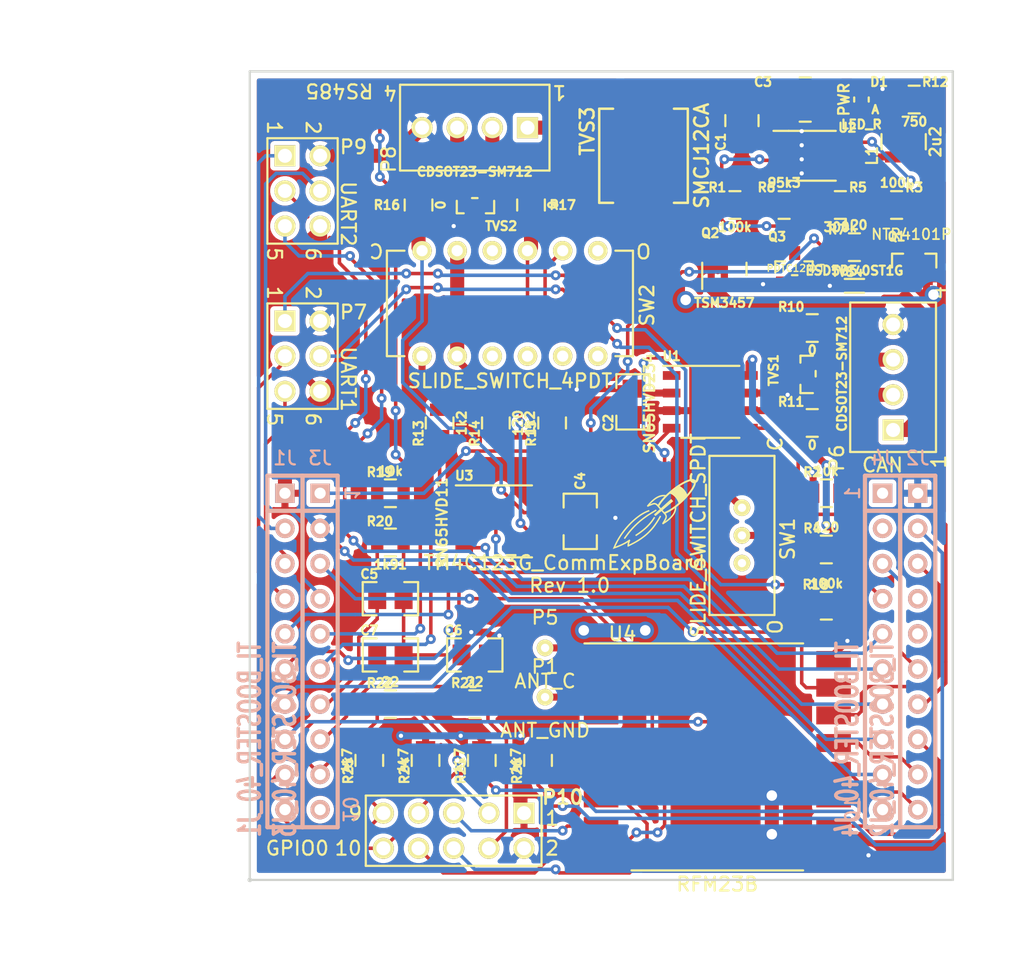
<source format=kicad_pcb>
(kicad_pcb (version 3) (host pcbnew "(2013-07-07 BZR 4022)-stable")
  (title_block (title "TM4C123G Communication Expansion Board") (rev 1.0) (company "Luca Buccolini, Student @ Università Politecnica delle Marche") (comment 1 "Expansion Board for the Texas Instruments TM4C123G Launchpad "))
  (layers (15 F.Cu signal) (0 B.Cu signal) (18 B.Paste user) (19 F.Paste user) (20 B.SilkS user) (21 F.SilkS user) (22 B.Mask user) (23 F.Mask user) (28 Edge.Cuts user))
  (net 0 "")
  (net 1 +12V_BUS)
  (net 2 +3.3V)
  (net 3 +5V_TLP)
  (net 4 "/Expansion Board/CAN0_EN")
  (net 5 "/Expansion Board/CAN0_RS")
  (net 6 "/Expansion Board/CAN0_RX")
  (net 7 "/Expansion Board/CAN0_TX")
  (net 8 "/Expansion Board/CAN_H")
  (net 9 "/Expansion Board/CAN_L")
  (net 10 "/Expansion Board/RFM_CLK")
  (net 11 "/Expansion Board/RFM_GPIO0")
  (net 12 "/Expansion Board/RFM_MISO")
  (net 13 "/Expansion Board/RFM_MOSI")
  (net 14 "/Expansion Board/RFM_NIRQ")
  (net 15 "/Expansion Board/RFM_SCLK")
  (net 16 "/Expansion Board/RFM_SDN")
  (net 17 "/Expansion Board/RFM_SSEL")
  (net 18 "/Expansion Board/RS485_A")
  (net 19 "/Expansion Board/RS485_B")
  (net 20 "/Expansion Board/RS485_RXEN#")
  (net 21 "/Expansion Board/RS485_TXEN")
  (net 22 "/Expansion Board/UART3_RX")
  (net 23 "/Expansion Board/UART3_TX")
  (net 24 "/TM4C123G Connectors/+12V_BUS_UNP")
  (net 25 "/TM4C123G Connectors/AIN0")
  (net 26 "/TM4C123G Connectors/AIN1")
  (net 27 "/TM4C123G Connectors/EXT_AIN0")
  (net 28 "/TM4C123G Connectors/EXT_AIN1")
  (net 29 "/TM4C123G Connectors/I2C0_SCL")
  (net 30 "/TM4C123G Connectors/I2C0_SDA")
  (net 31 "/TM4C123G Connectors/I2C1_SCL")
  (net 32 "/TM4C123G Connectors/I2C1_SDA")
  (net 33 "/TM4C123G Connectors/RFM_GPIO0")
  (net 34 "/TM4C123G Connectors/UART1_CTS")
  (net 35 "/TM4C123G Connectors/UART1_RTS")
  (net 36 "/TM4C123G Connectors/UART1_RX")
  (net 37 "/TM4C123G Connectors/UART1_TX")
  (net 38 "/TM4C123G Connectors/UART2_RST")
  (net 39 "/TM4C123G Connectors/UART2_RX")
  (net 40 "/TM4C123G Connectors/UART2_TREQ")
  (net 41 "/TM4C123G Connectors/UART2_TX")
  (net 42 "/TM4C123G Connectors/V_AN_MONITOR")
  (net 43 GND)
  (net 44 N-0000050)
  (net 45 N-0000052)
  (net 46 N-0000056)
  (net 47 N-0000057)
  (net 48 N-0000058)
  (net 49 N-0000059)
  (net 50 N-0000060)
  (net 51 N-0000061)
  (net 52 N-0000062)
  (net 53 N-0000063)
  (net 54 N-0000064)
  (net 55 N-0000067)
  (net 56 N-0000068)
  (net 57 N-0000069)
  (net 58 N-0000070)
  (net 59 N-0000071)
  (net 60 N-0000072)
  (net 61 N-0000073)
  (module LOGO (layer F.Cu) (at 154.94 89.154)
    (fp_text reference G1 hide)
    (fp_text value LOGO hide)
  )
  (module SSOP8_MD (layer F.Cu) (at 166.37 63.246 270)
    (fp_text reference U2 (at -2.032 -2.54 360) (layer F.SilkS) (effects (font (size 0.65 0.65) (thickness 0.16))))
    (fp_text value TPS62160 hide)
    (pad 1 smd rect (at -0.9779 2.2225 270) (size 0.4064 1.27) (layers F.Cu F.Paste F.Mask) (net 43 GND) (clearance 0.2032))
    (pad 2 smd rect (at -0.3302 2.2225 270) (size 0.4064 1.27) (layers F.Cu F.Paste F.Mask) (net 1 +12V_BUS) (clearance 0.2032))
    (pad 3 smd rect (at 0.3302 2.2225 270) (size 0.4064 1.27) (layers F.Cu F.Paste F.Mask) (net 45 N-0000052) (clearance 0.2032))
    (pad 4 smd rect (at 0.9779 2.2225 270) (size 0.4064 1.27) (layers F.Cu F.Paste F.Mask) (net 43 GND) (clearance 0.2032))
    (pad 5 smd rect (at 0.9779 -2.2225 270) (size 0.4064 1.27) (layers F.Cu F.Paste F.Mask) (net 49 N-0000059) (clearance 0.2032))
    (pad 6 smd rect (at 0.3302 -2.2225 270) (size 0.4064 1.27) (layers F.Cu F.Paste F.Mask) (net 57 N-0000069) (clearance 0.2032))
    (pad 7 smd rect (at -0.3302 -2.2225 270) (size 0.4064 1.27) (layers F.Cu F.Paste F.Mask) (net 56 N-0000068) (clearance 0.2032))
    (pad 8 smd rect (at -0.9779 -2.2225 270) (size 0.4064 1.27) (layers F.Cu F.Paste F.Mask) (net 60 N-0000072) (clearance 0.2032))
  )
  (module c_1210_MD (layer F.Cu) (at 165.862 59.182)
    (fp_text reference C3 (at -3.048 -1.27) (layer F.SilkS) (effects (font (size 0.65 0.65) (thickness 0.16))))
    (fp_text value 22u hide)
    (pad 1 smd rect (at 1.397 0) (size 1.6002 2.6924) (layers F.Cu F.Paste F.Mask) (net 57 N-0000069))
    (pad 2 smd rect (at -1.397 0) (size 1.6002 2.6924) (layers F.Cu F.Paste F.Mask) (net 43 GND))
  )
  (module c_0805_MD (layer F.Cu) (at 135.89 95.25 180)
    (fp_text reference C5 (at 1.524 1.778 180) (layer F.SilkS) (effects (font (size 0.65 0.65) (thickness 0.16))))
    (fp_text value 10n hide)
    (pad 1 smd rect (at 0.9525 0 180) (size 1.30048 1.4986) (layers F.Cu F.Paste F.Mask) (net 42 "/TM4C123G Connectors/V_AN_MONITOR"))
    (pad 2 smd rect (at -0.9525 0 180) (size 1.30048 1.4986) (layers F.Cu F.Paste F.Mask) (net 43 GND))
  )
  (module c_0805_MD (layer F.Cu) (at 149.606 89.662 90)
    (fp_text reference C4 (at 2.921 0 90) (layer F.SilkS) (effects (font (size 0.65 0.65) (thickness 0.16))))
    (fp_text value 100n hide)
    (pad 1 smd rect (at 0.9525 0 90) (size 1.30048 1.4986) (layers F.Cu F.Paste F.Mask) (net 2 +3.3V))
    (pad 2 smd rect (at -0.9525 0 90) (size 1.30048 1.4986) (layers F.Cu F.Paste F.Mask) (net 43 GND))
  )
  (module c_0805_MD (layer F.Cu) (at 141.986 99.314)
    (fp_text reference C6 (at -1.524 -1.778) (layer F.SilkS) (effects (font (size 0.65 0.65) (thickness 0.16))))
    (fp_text value 1n hide)
    (pad 1 smd rect (at 0.9525 0) (size 1.30048 1.4986) (layers F.Cu F.Paste F.Mask) (net 26 "/TM4C123G Connectors/AIN1"))
    (pad 2 smd rect (at -0.9525 0) (size 1.30048 1.4986) (layers F.Cu F.Paste F.Mask) (net 43 GND))
  )
  (module c_0805_MD (layer F.Cu) (at 153.416 81.026 270)
    (fp_text reference C2 (at 1.524 1.778 270) (layer F.SilkS) (effects (font (size 0.65 0.65) (thickness 0.16))))
    (fp_text value 100n hide)
    (pad 1 smd rect (at 0.9525 0 270) (size 1.30048 1.4986) (layers F.Cu F.Paste F.Mask) (net 2 +3.3V))
    (pad 2 smd rect (at -0.9525 0 270) (size 1.30048 1.4986) (layers F.Cu F.Paste F.Mask) (net 43 GND))
  )
  (module c_0805_MD (layer F.Cu) (at 135.89 99.314 180)
    (fp_text reference C7 (at 1.524 1.778 180) (layer F.SilkS) (effects (font (size 0.65 0.65) (thickness 0.16))))
    (fp_text value 1n hide)
    (pad 1 smd rect (at 0.9525 0 180) (size 1.30048 1.4986) (layers F.Cu F.Paste F.Mask) (net 25 "/TM4C123G Connectors/AIN0"))
    (pad 2 smd rect (at -0.9525 0 180) (size 1.30048 1.4986) (layers F.Cu F.Paste F.Mask) (net 43 GND))
  )
  (module R_0805_MD (layer F.Cu) (at 135.89 87.63 180)
    (fp_text reference R19 (at 0.762 1.524 180) (layer F.SilkS) (effects (font (size 0.65 0.65) (thickness 0.16))))
    (fp_text value 10k (at 0 1.6 180) (layer F.SilkS) (effects (font (size 0.65 0.65) (thickness 0.16))))
    (pad 1 smd rect (at -0.9525 0 180) (size 0.889 1.397) (layers F.Cu F.Paste F.Mask) (net 1 +12V_BUS))
    (pad 2 smd rect (at 0.9525 0 180) (size 0.889 1.397) (layers F.Cu F.Paste F.Mask) (net 42 "/TM4C123G Connectors/V_AN_MONITOR"))
  )
  (module R_0805_MD (layer F.Cu) (at 166.37 82.55)
    (fp_text reference R11 (at -1.524 -1.524) (layer F.SilkS) (effects (font (size 0.65 0.65) (thickness 0.16))))
    (fp_text value 0 (at 0 1.6) (layer F.SilkS) (effects (font (size 0.65 0.65) (thickness 0.16))))
    (pad 1 smd rect (at -0.9525 0) (size 0.889 1.397) (layers F.Cu F.Paste F.Mask) (net 51 N-0000061))
    (pad 2 smd rect (at 0.9525 0) (size 0.889 1.397) (layers F.Cu F.Paste F.Mask) (net 9 "/Expansion Board/CAN_L"))
  )
  (module R_0805_MD (layer F.Cu) (at 147.574 82.55 270)
    (fp_text reference R15 (at 0.762 1.524 270) (layer F.SilkS) (effects (font (size 0.65 0.65) (thickness 0.16))))
    (fp_text value 1k2 (at 0 1.6 270) (layer F.SilkS) (effects (font (size 0.65 0.65) (thickness 0.16))))
    (pad 1 smd rect (at -0.9525 0 270) (size 0.889 1.397) (layers F.Cu F.Paste F.Mask) (net 2 +3.3V))
    (pad 2 smd rect (at 0.9525 0 270) (size 0.889 1.397) (layers F.Cu F.Paste F.Mask) (net 59 N-0000071))
  )
  (module R_0805_MD (layer F.Cu) (at 167.386 91.694 180)
    (fp_text reference R4 (at 1.016 1.524 180) (layer F.SilkS) (effects (font (size 0.65 0.65) (thickness 0.16))))
    (fp_text value 120 (at 0 1.6 180) (layer F.SilkS) (effects (font (size 0.65 0.65) (thickness 0.16))))
    (pad 1 smd rect (at -0.9525 0 180) (size 0.889 1.397) (layers F.Cu F.Paste F.Mask) (net 51 N-0000061))
    (pad 2 smd rect (at 0.9525 0 180) (size 0.889 1.397) (layers F.Cu F.Paste F.Mask) (net 46 N-0000056))
  )
  (module R_0805_MD (layer F.Cu) (at 167.386 95.758 180)
    (fp_text reference R18 (at 0.762 1.524 180) (layer F.SilkS) (effects (font (size 0.65 0.65) (thickness 0.16))))
    (fp_text value 100k (at 0 1.6 180) (layer F.SilkS) (effects (font (size 0.65 0.65) (thickness 0.16))))
    (pad 1 smd rect (at -0.9525 0 180) (size 0.889 1.397) (layers F.Cu F.Paste F.Mask) (net 16 "/Expansion Board/RFM_SDN"))
    (pad 2 smd rect (at 0.9525 0 180) (size 0.889 1.397) (layers F.Cu F.Paste F.Mask) (net 2 +3.3V))
  )
  (module R_0805_MD (layer F.Cu) (at 167.386 87.63 180)
    (fp_text reference R2 (at 1.016 1.524 180) (layer F.SilkS) (effects (font (size 0.65 0.65) (thickness 0.16))))
    (fp_text value 10k (at 0 1.6 180) (layer F.SilkS) (effects (font (size 0.65 0.65) (thickness 0.16))))
    (pad 1 smd rect (at -0.9525 0 180) (size 0.889 1.397) (layers F.Cu F.Paste F.Mask) (net 5 "/Expansion Board/CAN0_RS"))
    (pad 2 smd rect (at 0.9525 0 180) (size 0.889 1.397) (layers F.Cu F.Paste F.Mask) (net 53 N-0000063))
  )
  (module R_0805_MD (layer F.Cu) (at 135.89 91.186)
    (fp_text reference R20 (at -0.762 -1.524) (layer F.SilkS) (effects (font (size 0.65 0.65) (thickness 0.16))))
    (fp_text value 1k91 (at 0 1.6) (layer F.SilkS) (effects (font (size 0.65 0.65) (thickness 0.16))))
    (pad 1 smd rect (at -0.9525 0) (size 0.889 1.397) (layers F.Cu F.Paste F.Mask) (net 42 "/TM4C123G Connectors/V_AN_MONITOR"))
    (pad 2 smd rect (at 0.9525 0) (size 0.889 1.397) (layers F.Cu F.Paste F.Mask) (net 43 GND))
  )
  (module R_0805_MD (layer F.Cu) (at 142.494 106.934 270)
    (fp_text reference R23 (at 0.762 1.524 270) (layer F.SilkS) (effects (font (size 0.65 0.65) (thickness 0.16))))
    (fp_text value 4k7 (at 0 1.6 270) (layer F.SilkS) (effects (font (size 0.65 0.65) (thickness 0.16))))
    (pad 1 smd rect (at -0.9525 0 270) (size 0.889 1.397) (layers F.Cu F.Paste F.Mask) (net 2 +3.3V))
    (pad 2 smd rect (at 0.9525 0 270) (size 0.889 1.397) (layers F.Cu F.Paste F.Mask) (net 30 "/TM4C123G Connectors/I2C0_SDA"))
  )
  (module R_0805_MD (layer F.Cu) (at 138.43 106.934 270)
    (fp_text reference R24 (at 0.762 1.524 270) (layer F.SilkS) (effects (font (size 0.65 0.65) (thickness 0.16))))
    (fp_text value 4k7 (at 0 1.6 270) (layer F.SilkS) (effects (font (size 0.65 0.65) (thickness 0.16))))
    (pad 1 smd rect (at -0.9525 0 270) (size 0.889 1.397) (layers F.Cu F.Paste F.Mask) (net 2 +3.3V))
    (pad 2 smd rect (at 0.9525 0 270) (size 0.889 1.397) (layers F.Cu F.Paste F.Mask) (net 31 "/TM4C123G Connectors/I2C1_SCL"))
  )
  (module R_0805_MD (layer F.Cu) (at 134.366 106.934 270)
    (fp_text reference R25 (at 0.762 1.524 270) (layer F.SilkS) (effects (font (size 0.65 0.65) (thickness 0.16))))
    (fp_text value 4k7 (at 0 1.6 270) (layer F.SilkS) (effects (font (size 0.65 0.65) (thickness 0.16))))
    (pad 1 smd rect (at -0.9525 0 270) (size 0.889 1.397) (layers F.Cu F.Paste F.Mask) (net 2 +3.3V))
    (pad 2 smd rect (at 0.9525 0 270) (size 0.889 1.397) (layers F.Cu F.Paste F.Mask) (net 32 "/TM4C123G Connectors/I2C1_SDA"))
  )
  (module R_0805_MD (layer F.Cu) (at 146.558 106.934 270)
    (fp_text reference R26 (at 0.762 1.524 270) (layer F.SilkS) (effects (font (size 0.65 0.65) (thickness 0.16))))
    (fp_text value 4k7 (at 0 1.6 270) (layer F.SilkS) (effects (font (size 0.65 0.65) (thickness 0.16))))
    (pad 1 smd rect (at -0.9525 0 270) (size 0.889 1.397) (layers F.Cu F.Paste F.Mask) (net 2 +3.3V))
    (pad 2 smd rect (at 0.9525 0 270) (size 0.889 1.397) (layers F.Cu F.Paste F.Mask) (net 29 "/TM4C123G Connectors/I2C0_SCL"))
  )
  (module R_0805_MD (layer F.Cu) (at 141.986 102.87 180)
    (fp_text reference R21 (at 0.762 1.524 180) (layer F.SilkS) (effects (font (size 0.65 0.65) (thickness 0.16))))
    (fp_text value 22 (at 0 1.6 180) (layer F.SilkS) (effects (font (size 0.65 0.65) (thickness 0.16))))
    (pad 1 smd rect (at -0.9525 0 180) (size 0.889 1.397) (layers F.Cu F.Paste F.Mask) (net 28 "/TM4C123G Connectors/EXT_AIN1"))
    (pad 2 smd rect (at 0.9525 0 180) (size 0.889 1.397) (layers F.Cu F.Paste F.Mask) (net 26 "/TM4C123G Connectors/AIN1"))
  )
  (module R_0805_MD (layer F.Cu) (at 135.89 102.87 180)
    (fp_text reference R22 (at 0.762 1.524 180) (layer F.SilkS) (effects (font (size 0.65 0.65) (thickness 0.16))))
    (fp_text value 22 (at 0 1.6 180) (layer F.SilkS) (effects (font (size 0.65 0.65) (thickness 0.16))))
    (pad 1 smd rect (at -0.9525 0 180) (size 0.889 1.397) (layers F.Cu F.Paste F.Mask) (net 27 "/TM4C123G Connectors/EXT_AIN0"))
    (pad 2 smd rect (at 0.9525 0 180) (size 0.889 1.397) (layers F.Cu F.Paste F.Mask) (net 25 "/TM4C123G Connectors/AIN0"))
  )
  (module R_0805_MD (layer F.Cu) (at 137.922 66.802 90)
    (fp_text reference R16 (at 0 -2.286 180) (layer F.SilkS) (effects (font (size 0.65 0.65) (thickness 0.16))))
    (fp_text value 0 (at 0 1.6 90) (layer F.SilkS) (effects (font (size 0.65 0.65) (thickness 0.16))))
    (pad 1 smd rect (at -0.9525 0 90) (size 0.889 1.397) (layers F.Cu F.Paste F.Mask) (net 50 N-0000060))
    (pad 2 smd rect (at 0.9525 0 90) (size 0.889 1.397) (layers F.Cu F.Paste F.Mask) (net 19 "/Expansion Board/RS485_B"))
  )
  (module R_0805_MD (layer F.Cu) (at 160.782 66.802)
    (fp_text reference R1 (at -1.27 -1.27) (layer F.SilkS) (effects (font (size 0.65 0.65) (thickness 0.16))))
    (fp_text value 100k (at 0 1.6) (layer F.SilkS) (effects (font (size 0.65 0.65) (thickness 0.16))))
    (pad 1 smd rect (at -0.9525 0) (size 0.889 1.397) (layers F.Cu F.Paste F.Mask) (net 45 N-0000052))
    (pad 2 smd rect (at 0.9525 0) (size 0.889 1.397) (layers F.Cu F.Paste F.Mask) (net 1 +12V_BUS))
  )
  (module R_0805_MD (layer F.Cu) (at 146.05 66.802 90)
    (fp_text reference R17 (at 0 2.286 180) (layer F.SilkS) (effects (font (size 0.65 0.65) (thickness 0.16))))
    (fp_text value 0 (at 0 1.6 90) (layer F.SilkS) (effects (font (size 0.65 0.65) (thickness 0.16))))
    (pad 1 smd rect (at -0.9525 0 90) (size 0.889 1.397) (layers F.Cu F.Paste F.Mask) (net 47 N-0000057))
    (pad 2 smd rect (at 0.9525 0 90) (size 0.889 1.397) (layers F.Cu F.Paste F.Mask) (net 18 "/Expansion Board/RS485_A"))
  )
  (module R_0805_MD (layer F.Cu) (at 173.736 59.182)
    (fp_text reference R12 (at 1.524 -1.27) (layer F.SilkS) (effects (font (size 0.65 0.65) (thickness 0.16))))
    (fp_text value 750 (at 0 1.6) (layer F.SilkS) (effects (font (size 0.65 0.65) (thickness 0.16))))
    (pad 1 smd rect (at -0.9525 0) (size 0.889 1.397) (layers F.Cu F.Paste F.Mask) (net 55 N-0000067))
    (pad 2 smd rect (at 0.9525 0) (size 0.889 1.397) (layers F.Cu F.Paste F.Mask) (net 57 N-0000069))
  )
  (module R_0805_MD (layer F.Cu) (at 172.466 66.802 180)
    (fp_text reference R3 (at -1.27 1.27 180) (layer F.SilkS) (effects (font (size 0.65 0.65) (thickness 0.16))))
    (fp_text value 100k (at 0 1.6 180) (layer F.SilkS) (effects (font (size 0.65 0.65) (thickness 0.16))))
    (pad 1 smd rect (at -0.9525 0 180) (size 0.889 1.397) (layers F.Cu F.Paste F.Mask) (net 60 N-0000072))
    (pad 2 smd rect (at 0.9525 0 180) (size 0.889 1.397) (layers F.Cu F.Paste F.Mask) (net 57 N-0000069))
  )
  (module R_0805_MD (layer F.Cu) (at 139.446 82.55 90)
    (fp_text reference R13 (at -0.762 -1.524 90) (layer F.SilkS) (effects (font (size 0.65 0.65) (thickness 0.16))))
    (fp_text value 1k2 (at 0 1.6 90) (layer F.SilkS) (effects (font (size 0.65 0.65) (thickness 0.16))))
    (pad 1 smd rect (at -0.9525 0 90) (size 0.889 1.397) (layers F.Cu F.Paste F.Mask) (net 43 GND))
    (pad 2 smd rect (at 0.9525 0 90) (size 0.889 1.397) (layers F.Cu F.Paste F.Mask) (net 48 N-0000058))
  )
  (module R_0805_MD (layer F.Cu) (at 168.402 66.802)
    (fp_text reference R5 (at 1.27 -1.27) (layer F.SilkS) (effects (font (size 0.65 0.65) (thickness 0.16))))
    (fp_text value 300k (at 0 1.6) (layer F.SilkS) (effects (font (size 0.65 0.65) (thickness 0.16))))
    (pad 1 smd rect (at -0.9525 0) (size 0.889 1.397) (layers F.Cu F.Paste F.Mask) (net 49 N-0000059))
    (pad 2 smd rect (at 0.9525 0) (size 0.889 1.397) (layers F.Cu F.Paste F.Mask) (net 57 N-0000069))
  )
  (module R_0805_MD (layer F.Cu) (at 164.338 66.802 180)
    (fp_text reference R6 (at 1.27 1.27 180) (layer F.SilkS) (effects (font (size 0.65 0.65) (thickness 0.16))))
    (fp_text value 95k3 (at 0 1.6 180) (layer F.SilkS) (effects (font (size 0.65 0.65) (thickness 0.16))))
    (pad 1 smd rect (at -0.9525 0 180) (size 0.889 1.397) (layers F.Cu F.Paste F.Mask) (net 49 N-0000059))
    (pad 2 smd rect (at 0.9525 0 180) (size 0.889 1.397) (layers F.Cu F.Paste F.Mask) (net 43 GND))
  )
  (module R_0805_MD (layer F.Cu) (at 166.37 75.692)
    (fp_text reference R10 (at -1.524 -1.524) (layer F.SilkS) (effects (font (size 0.65 0.65) (thickness 0.16))))
    (fp_text value 0 (at 0 1.6) (layer F.SilkS) (effects (font (size 0.65 0.65) (thickness 0.16))))
    (pad 1 smd rect (at -0.9525 0) (size 0.889 1.397) (layers F.Cu F.Paste F.Mask) (net 52 N-0000062))
    (pad 2 smd rect (at 0.9525 0) (size 0.889 1.397) (layers F.Cu F.Paste F.Mask) (net 8 "/Expansion Board/CAN_H"))
  )
  (module R_0805_MD (layer F.Cu) (at 143.51 82.55 90)
    (fp_text reference R14 (at -0.762 -1.524 90) (layer F.SilkS) (effects (font (size 0.65 0.65) (thickness 0.16))))
    (fp_text value 120 (at 0 1.6 90) (layer F.SilkS) (effects (font (size 0.65 0.65) (thickness 0.16))))
    (pad 1 smd rect (at -0.9525 0 90) (size 0.889 1.397) (layers F.Cu F.Paste F.Mask) (net 59 N-0000071))
    (pad 2 smd rect (at 0.9525 0 90) (size 0.889 1.397) (layers F.Cu F.Paste F.Mask) (net 61 N-0000073))
  )
  (module RFM23B_MD (layer F.Cu) (at 159.512 106.68)
    (fp_text reference U4 (at -6.858 -8.89) (layer F.SilkS) (effects (font (thickness 0.16))))
    (fp_text value RFM23B (at 0 9.2) (layer F.SilkS) (effects (font (thickness 0.16))))
    (pad 1 smd rect (at -8.4 -7) (size 2.5 1.3) (layers F.Cu F.Paste F.Mask) (net 54 N-0000064))
    (pad 2 smd rect (at -8.4 -5) (size 2.5 1.3) (layers F.Cu F.Paste F.Mask) (net 44 N-0000050))
    (pad 3 smd rect (at -8.4 -3) (size 2.5 1.3) (layers F.Cu F.Paste F.Mask))
    (pad 4 smd rect (at -8.4 -1) (size 2.5 1.3) (layers F.Cu F.Paste F.Mask))
    (pad 5 smd rect (at -8.4 1) (size 2.5 1.3) (layers F.Cu F.Paste F.Mask) (net 2 +3.3V))
    (pad 6 smd rect (at -8.4 3) (size 2.5 1.3) (layers F.Cu F.Paste F.Mask) (net 11 "/Expansion Board/RFM_GPIO0"))
    (pad 7 smd rect (at -8.4 5) (size 2.5 1.3) (layers F.Cu F.Paste F.Mask) (net 33 "/TM4C123G Connectors/RFM_GPIO0"))
    (pad 8 smd rect (at -8.4 7) (size 2.5 1.3) (layers F.Cu F.Paste F.Mask) (net 10 "/Expansion Board/RFM_CLK"))
    (pad 9 smd rect (at 8.4 7) (size 2.5 1.3) (layers F.Cu F.Paste F.Mask) (net 43 GND))
    (pad 10 smd rect (at 8.4 5) (size 2.5 1.3) (layers F.Cu F.Paste F.Mask) (net 12 "/Expansion Board/RFM_MISO"))
    (pad 11 smd rect (at 8.4 3) (size 2.5 1.3) (layers F.Cu F.Paste F.Mask) (net 13 "/Expansion Board/RFM_MOSI"))
    (pad 12 smd rect (at 8.4 1) (size 2.5 1.3) (layers F.Cu F.Paste F.Mask) (net 15 "/Expansion Board/RFM_SCLK"))
    (pad 13 smd rect (at 8.4 -1) (size 2.5 1.3) (layers F.Cu F.Paste F.Mask) (net 17 "/Expansion Board/RFM_SSEL"))
    (pad 14 smd rect (at 8.4 -3) (size 2.5 1.3) (layers F.Cu F.Paste F.Mask) (net 14 "/Expansion Board/RFM_NIRQ"))
    (pad 15 smd rect (at 8.4 -5) (size 2.5 1.3) (layers F.Cu F.Paste F.Mask) (net 16 "/Expansion Board/RFM_SDN"))
    (pad 16 smd rect (at 8.4 -7) (size 2.5 1.3) (layers F.Cu F.Paste F.Mask) (net 43 GND))
  )
  (module c_1206_MD (layer F.Cu) (at 161.29 60.706 270)
    (fp_text reference C1 (at 1.524 1.524 270) (layer F.SilkS) (effects (font (size 0.65 0.65) (thickness 0.16))))
    (fp_text value 10u hide)
    (pad 1 smd rect (at 1.397 0 270) (size 1.6002 1.8034) (layers F.Cu F.Paste F.Mask) (net 1 +12V_BUS))
    (pad 2 smd rect (at -1.397 0 270) (size 1.6002 1.8034) (layers F.Cu F.Paste F.Mask) (net 43 GND))
  )
  (module SOT23GDS_MD (layer F.Cu) (at 173.736 71.12 180)
    (fp_text reference Q1 (at 1.27 2.032 180) (layer F.SilkS) (effects (font (size 0.635 0.635) (thickness 0.1524))))
    (fp_text value NTR4101P (at 0.2 2.2 180) (layer F.SilkS) (effects (font (size 0.762 0.762) (thickness 0.12954))))
    (pad S smd rect (at -0.889 -1.016 180) (size 0.9144 0.9144) (layers F.Cu F.Paste F.Mask) (net 2 +3.3V))
    (pad G smd rect (at 0.889 -1.016 180) (size 0.9144 0.9144) (layers F.Cu F.Paste F.Mask) (net 58 N-0000070))
    (pad D smd rect (at 0 1.016 180) (size 0.9144 0.9144) (layers F.Cu F.Paste F.Mask) (net 57 N-0000069))
  )
  (module SOT23_MD (layer F.Cu) (at 166.116 78.994 90)
    (fp_text reference TVS1 (at 0.254 -2.54 90) (layer F.SilkS) (effects (font (size 0.65 0.65) (thickness 0.16))))
    (fp_text value CDSOT23-SM712 (at 0 2.4 90) (layer F.SilkS) (effects (font (size 0.65 0.65) (thickness 0.16))))
    (pad 3 smd rect (at 0 -1.09982 90) (size 0.8001 1.00076) (layers F.Cu F.Paste F.Mask) (net 43 GND))
    (pad 2 smd rect (at 0.9525 1.09982 90) (size 0.8001 1.00076) (layers F.Cu F.Paste F.Mask) (net 8 "/Expansion Board/CAN_H"))
    (pad 1 smd rect (at -0.9525 1.09982 90) (size 0.8001 1.00076) (layers F.Cu F.Paste F.Mask) (net 9 "/Expansion Board/CAN_L"))
  )
  (module SOT23_MD (layer F.Cu) (at 141.986 66.802 180)
    (fp_text reference TVS2 (at -1.905 -1.524 180) (layer F.SilkS) (effects (font (size 0.65 0.65) (thickness 0.16))))
    (fp_text value CDSOT23-SM712 (at 0 2.4 180) (layer F.SilkS) (effects (font (size 0.65 0.65) (thickness 0.16))))
    (pad 3 smd rect (at 0 -1.09982 180) (size 0.8001 1.00076) (layers F.Cu F.Paste F.Mask) (net 43 GND))
    (pad 2 smd rect (at 0.9525 1.09982 180) (size 0.8001 1.00076) (layers F.Cu F.Paste F.Mask) (net 19 "/Expansion Board/RS485_B"))
    (pad 1 smd rect (at -0.9525 1.09982 180) (size 0.8001 1.00076) (layers F.Cu F.Paste F.Mask) (net 18 "/Expansion Board/RS485_A"))
  )
  (module SM_IND_NR3015_MD (layer F.Cu) (at 172.974 62.23 90)
    (fp_text reference L1 (at -1.016 -2.286 90) (layer F.SilkS) (effects (font (size 0.8 0.8) (thickness 0.16))))
    (fp_text value 2u2 (at 0 2.3 90) (layer F.SilkS) (effects (font (size 0.8 0.8) (thickness 0.16))))
    (pad 1 smd rect (at -1.1 0 90) (size 0.8 2.7) (layers F.Cu F.Paste F.Mask) (net 56 N-0000068))
    (pad 2 smd rect (at 1.1 0 90) (size 0.8 2.7) (layers F.Cu F.Paste F.Mask) (net 57 N-0000069))
  )
  (module SOT26_MD (layer F.Cu) (at 160.02 71.374)
    (fp_text reference Q2 (at -1.016 -2.54) (layer F.SilkS) (effects (font (size 0.65 0.65) (thickness 0.16))))
    (fp_text value TSM3457 (at 0 2.5) (layer F.SilkS) (effects (font (size 0.65 0.65) (thickness 0.16))))
    (pad D smd rect (at -0.95 1.15) (size 0.6 0.9) (layers F.Cu F.Paste F.Mask) (net 24 "/TM4C123G Connectors/+12V_BUS_UNP"))
    (pad D smd rect (at 0 1.15) (size 0.6 0.9) (layers F.Cu F.Paste F.Mask) (net 24 "/TM4C123G Connectors/+12V_BUS_UNP"))
    (pad G smd rect (at 0.95 1.15) (size 0.6 0.9) (layers F.Cu F.Paste F.Mask) (net 43 GND))
    (pad S smd rect (at 0.95 -1.15) (size 0.6 0.9) (layers F.Cu F.Paste F.Mask) (net 1 +12V_BUS))
    (pad D smd rect (at 0 -1.15) (size 0.6 0.9) (layers F.Cu F.Paste F.Mask) (net 24 "/TM4C123G Connectors/+12V_BUS_UNP"))
    (pad D smd rect (at -0.95 -1.15) (size 0.6 0.9) (layers F.Cu F.Paste F.Mask) (net 24 "/TM4C123G Connectors/+12V_BUS_UNP"))
  )
  (module pin_array_3x2_MD (layer F.Cu) (at 129.54 65.786 270)
    (fp_text reference P9 (at -3.175 -3.683 360) (layer F.SilkS) (effects (font (thickness 0.16))))
    (fp_text value UART2 hide)
    (pad 1 thru_hole rect (at -2.54 1.27 270) (size 1.524 1.524) (drill 1.016) (layers *.Cu *.Mask F.SilkS) (net 40 "/TM4C123G Connectors/UART2_TREQ"))
    (pad 2 thru_hole circle (at -2.54 -1.27 270) (size 1.524 1.524) (drill 1.016) (layers *.Cu *.Mask F.SilkS) (net 43 GND))
    (pad 3 thru_hole circle (at 0 1.27 270) (size 1.524 1.524) (drill 1.016) (layers *.Cu *.Mask F.SilkS) (net 41 "/TM4C123G Connectors/UART2_TX"))
    (pad 4 thru_hole circle (at 0 -1.27 270) (size 1.524 1.524) (drill 1.016) (layers *.Cu *.Mask F.SilkS) (net 38 "/TM4C123G Connectors/UART2_RST"))
    (pad 5 thru_hole circle (at 2.54 1.27 270) (size 1.524 1.524) (drill 1.016) (layers *.Cu *.Mask F.SilkS) (net 39 "/TM4C123G Connectors/UART2_RX"))
    (pad 6 thru_hole circle (at 2.54 -1.27 270) (size 1.524 1.524) (drill 1.016) (layers *.Cu *.Mask F.SilkS) (net 2 +3.3V))
  )
  (module pin_array_3x2_MD (layer F.Cu) (at 129.54 77.724 270)
    (fp_text reference P7 (at -3.175 -3.683 360) (layer F.SilkS) (effects (font (thickness 0.16))))
    (fp_text value UART1 hide)
    (pad 1 thru_hole rect (at -2.54 1.27 270) (size 1.524 1.524) (drill 1.016) (layers *.Cu *.Mask F.SilkS) (net 35 "/TM4C123G Connectors/UART1_RTS"))
    (pad 2 thru_hole circle (at -2.54 -1.27 270) (size 1.524 1.524) (drill 1.016) (layers *.Cu *.Mask F.SilkS) (net 43 GND))
    (pad 3 thru_hole circle (at 0 1.27 270) (size 1.524 1.524) (drill 1.016) (layers *.Cu *.Mask F.SilkS) (net 37 "/TM4C123G Connectors/UART1_TX"))
    (pad 4 thru_hole circle (at 0 -1.27 270) (size 1.524 1.524) (drill 1.016) (layers *.Cu *.Mask F.SilkS) (net 34 "/TM4C123G Connectors/UART1_CTS"))
    (pad 5 thru_hole circle (at 2.54 1.27 270) (size 1.524 1.524) (drill 1.016) (layers *.Cu *.Mask F.SilkS) (net 36 "/TM4C123G Connectors/UART1_RX"))
    (pad 6 thru_hole circle (at 2.54 -1.27 270) (size 1.524 1.524) (drill 1.016) (layers *.Cu *.Mask F.SilkS) (net 2 +3.3V))
  )
  (module CONN_MPT_4x1_MD (layer F.Cu) (at 172.212 79.248 90)
    (fp_text reference P6 (at -5.842 -4.064 90) (layer F.SilkS) (effects (font (thickness 0.16))))
    (fp_text value CAN hide)
    (pad 1 thru_hole rect (at -3.81 0 90) (size 1.524 1.524) (drill 1.016) (layers *.Cu *.Mask F.SilkS) (net 24 "/TM4C123G Connectors/+12V_BUS_UNP"))
    (pad 2 thru_hole circle (at -1.27 0 90) (size 1.524 1.524) (drill 1.016) (layers *.Cu *.Mask F.SilkS) (net 9 "/Expansion Board/CAN_L"))
    (pad 3 thru_hole circle (at 1.27 0 90) (size 1.524 1.524) (drill 1.016) (layers *.Cu *.Mask F.SilkS) (net 8 "/Expansion Board/CAN_H"))
    (pad 4 thru_hole circle (at 3.81 0 90) (size 1.524 1.524) (drill 1.016) (layers *.Cu *.Mask F.SilkS) (net 43 GND))
  )
  (module CONN_MPT_4x1_MD (layer F.Cu) (at 141.986 61.214 180)
    (fp_text reference P8 (at 6.223 -2.286 270) (layer F.SilkS) (effects (font (thickness 0.16))))
    (fp_text value RS485 hide)
    (pad 1 thru_hole rect (at -3.81 0 180) (size 1.524 1.524) (drill 1.016) (layers *.Cu *.Mask F.SilkS) (net 24 "/TM4C123G Connectors/+12V_BUS_UNP"))
    (pad 2 thru_hole circle (at -1.27 0 180) (size 1.524 1.524) (drill 1.016) (layers *.Cu *.Mask F.SilkS) (net 18 "/Expansion Board/RS485_A"))
    (pad 3 thru_hole circle (at 1.27 0 180) (size 1.524 1.524) (drill 1.016) (layers *.Cu *.Mask F.SilkS) (net 19 "/Expansion Board/RS485_B"))
    (pad 4 thru_hole circle (at 3.81 0 180) (size 1.524 1.524) (drill 1.016) (layers *.Cu *.Mask F.SilkS) (net 43 GND))
  )
  (module so-8_MD (layer F.Cu) (at 159.004 81.026 270)
    (fp_text reference U1 (at -3.302 2.794 360) (layer F.SilkS) (effects (font (size 0.65 0.65) (thickness 0.16))))
    (fp_text value SN65HVD234 (at 0.1 4.4 270) (layer F.SilkS) (effects (font (size 0.7493 0.7493) (thickness 0.16))))
    (pad 1 smd rect (at -1.905 2.794 270) (size 0.635 1.27) (layers F.Cu F.Paste F.Mask) (net 7 "/Expansion Board/CAN0_TX"))
    (pad 2 smd rect (at -0.635 2.794 270) (size 0.635 1.27) (layers F.Cu F.Paste F.Mask) (net 43 GND))
    (pad 3 smd rect (at 0.635 2.794 270) (size 0.635 1.27) (layers F.Cu F.Paste F.Mask) (net 2 +3.3V))
    (pad 4 smd rect (at 1.905 2.794 270) (size 0.635 1.27) (layers F.Cu F.Paste F.Mask) (net 6 "/Expansion Board/CAN0_RX"))
    (pad 5 smd rect (at 1.905 -2.794 270) (size 0.635 1.27) (layers F.Cu F.Paste F.Mask) (net 4 "/Expansion Board/CAN0_EN"))
    (pad 6 smd rect (at 0.635 -2.794 270) (size 0.635 1.27) (layers F.Cu F.Paste F.Mask) (net 51 N-0000061))
    (pad 7 smd rect (at -0.635 -2.794 270) (size 0.635 1.27) (layers F.Cu F.Paste F.Mask) (net 52 N-0000062))
    (pad 8 smd rect (at -1.905 -2.794 270) (size 0.635 1.27) (layers F.Cu F.Paste F.Mask) (net 53 N-0000063))
  )
  (module so-8_MD (layer F.Cu) (at 144.018 89.662 270)
    (fp_text reference U3 (at -3.302 2.794 360) (layer F.SilkS) (effects (font (size 0.65 0.65) (thickness 0.16))))
    (fp_text value SN65HVD11 (at 0.1 4.4 270) (layer F.SilkS) (effects (font (size 0.7493 0.7493) (thickness 0.16))))
    (pad 1 smd rect (at -1.905 2.794 270) (size 0.635 1.27) (layers F.Cu F.Paste F.Mask) (net 22 "/Expansion Board/UART3_RX"))
    (pad 2 smd rect (at -0.635 2.794 270) (size 0.635 1.27) (layers F.Cu F.Paste F.Mask) (net 20 "/Expansion Board/RS485_RXEN#"))
    (pad 3 smd rect (at 0.635 2.794 270) (size 0.635 1.27) (layers F.Cu F.Paste F.Mask) (net 21 "/Expansion Board/RS485_TXEN"))
    (pad 4 smd rect (at 1.905 2.794 270) (size 0.635 1.27) (layers F.Cu F.Paste F.Mask) (net 23 "/Expansion Board/UART3_TX"))
    (pad 5 smd rect (at 1.905 -2.794 270) (size 0.635 1.27) (layers F.Cu F.Paste F.Mask) (net 43 GND))
    (pad 6 smd rect (at 0.635 -2.794 270) (size 0.635 1.27) (layers F.Cu F.Paste F.Mask) (net 47 N-0000057))
    (pad 7 smd rect (at -0.635 -2.794 270) (size 0.635 1.27) (layers F.Cu F.Paste F.Mask) (net 50 N-0000060))
    (pad 8 smd rect (at -1.905 -2.794 270) (size 0.635 1.27) (layers F.Cu F.Paste F.Mask) (net 2 +3.3V))
  )
  (module SIL-10_MD (layer B.Cu) (at 128.27 99.06 270)
    (fp_text reference J1 (at -13.97 0 360) (layer B.SilkS) (effects (font (thickness 0.16)) (justify mirror)))
    (fp_text value TI_BOOSTER_40_J1 (at 6.35 2.54 270) (layer B.SilkS) (effects (font (size 1.524 1.016) (thickness 0.3048)) (justify mirror)))
    (pad 1 thru_hole rect (at -11.43 0 270) (size 1.397 1.397) (drill 0.8128) (layers *.Cu *.Mask B.SilkS) (net 2 +3.3V))
    (pad 2 thru_hole circle (at -8.89 0 270) (size 1.397 1.397) (drill 0.8128) (layers *.Cu *.Mask B.SilkS) (net 40 "/TM4C123G Connectors/UART2_TREQ"))
    (pad 3 thru_hole circle (at -6.35 0 270) (size 1.397 1.397) (drill 0.8128) (layers *.Cu *.Mask B.SilkS) (net 36 "/TM4C123G Connectors/UART1_RX"))
    (pad 4 thru_hole circle (at -3.81 0 270) (size 1.397 1.397) (drill 0.8128) (layers *.Cu *.Mask B.SilkS) (net 37 "/TM4C123G Connectors/UART1_TX"))
    (pad 5 thru_hole circle (at -1.27 0 270) (size 1.397 1.397) (drill 0.8128) (layers *.Cu *.Mask B.SilkS) (net 6 "/Expansion Board/CAN0_RX"))
    (pad 6 thru_hole circle (at 1.27 0 270) (size 1.397 1.397) (drill 0.8128) (layers *.Cu *.Mask B.SilkS) (net 7 "/Expansion Board/CAN0_TX"))
    (pad 7 thru_hole circle (at 3.81 0 270) (size 1.397 1.397) (drill 0.8128) (layers *.Cu *.Mask B.SilkS) (net 16 "/Expansion Board/RFM_SDN"))
    (pad 8 thru_hole circle (at 6.35 0 270) (size 1.397 1.397) (drill 0.8128) (layers *.Cu *.Mask B.SilkS) (net 13 "/Expansion Board/RFM_MOSI"))
    (pad 9 thru_hole circle (at 8.89 0 270) (size 1.397 1.397) (drill 0.8128) (layers *.Cu *.Mask B.SilkS) (net 31 "/TM4C123G Connectors/I2C1_SCL"))
    (pad 10 thru_hole circle (at 11.43 0 270) (size 1.397 1.397) (drill 0.8128) (layers *.Cu *.Mask B.SilkS) (net 32 "/TM4C123G Connectors/I2C1_SDA"))
  )
  (module SIL-10_MD (layer B.Cu) (at 173.99 99.06 270)
    (fp_text reference J2 (at -13.97 0 360) (layer B.SilkS) (effects (font (thickness 0.16)) (justify mirror)))
    (fp_text value TI_BOOSTER_40_J2 (at 6.35 2.54 270) (layer B.SilkS) (effects (font (size 1.524 1.016) (thickness 0.3048)) (justify mirror)))
    (pad 1 thru_hole rect (at -11.43 0 270) (size 1.397 1.397) (drill 0.8128) (layers *.Cu *.Mask B.SilkS) (net 43 GND))
    (pad 2 thru_hole circle (at -8.89 0 270) (size 1.397 1.397) (drill 0.8128) (layers *.Cu *.Mask B.SilkS) (net 29 "/TM4C123G Connectors/I2C0_SCL"))
    (pad 3 thru_hole circle (at -6.35 0 270) (size 1.397 1.397) (drill 0.8128) (layers *.Cu *.Mask B.SilkS) (net 14 "/Expansion Board/RFM_NIRQ"))
    (pad 4 thru_hole circle (at -3.81 0 270) (size 1.397 1.397) (drill 0.8128) (layers *.Cu *.Mask B.SilkS))
    (pad 5 thru_hole circle (at -1.27 0 270) (size 1.397 1.397) (drill 0.8128) (layers *.Cu *.Mask B.SilkS))
    (pad 6 thru_hole circle (at 1.27 0 270) (size 1.397 1.397) (drill 0.8128) (layers *.Cu *.Mask B.SilkS) (net 4 "/Expansion Board/CAN0_EN"))
    (pad 7 thru_hole circle (at 3.81 0 270) (size 1.397 1.397) (drill 0.8128) (layers *.Cu *.Mask B.SilkS) (net 5 "/Expansion Board/CAN0_RS"))
    (pad 8 thru_hole circle (at 6.35 0 270) (size 1.397 1.397) (drill 0.8128) (layers *.Cu *.Mask B.SilkS) (net 12 "/Expansion Board/RFM_MISO"))
    (pad 9 thru_hole circle (at 8.89 0 270) (size 1.397 1.397) (drill 0.8128) (layers *.Cu *.Mask B.SilkS) (net 17 "/Expansion Board/RFM_SSEL"))
    (pad 10 thru_hole circle (at 11.43 0 270) (size 1.397 1.397) (drill 0.8128) (layers *.Cu *.Mask B.SilkS) (net 15 "/Expansion Board/RFM_SCLK"))
  )
  (module SIL-10_MD (layer B.Cu) (at 130.81 99.06 270)
    (fp_text reference J3 (at -13.97 0 360) (layer B.SilkS) (effects (font (thickness 0.16)) (justify mirror)))
    (fp_text value TI_BOOSTER_40_J3 (at 6.35 2.54 270) (layer B.SilkS) (effects (font (size 1.524 1.016) (thickness 0.3048)) (justify mirror)))
    (pad 1 thru_hole rect (at -11.43 0 270) (size 1.397 1.397) (drill 0.8128) (layers *.Cu *.Mask B.SilkS) (net 3 +5V_TLP))
    (pad 2 thru_hole circle (at -8.89 0 270) (size 1.397 1.397) (drill 0.8128) (layers *.Cu *.Mask B.SilkS) (net 43 GND))
    (pad 3 thru_hole circle (at -6.35 0 270) (size 1.397 1.397) (drill 0.8128) (layers *.Cu *.Mask B.SilkS) (net 10 "/Expansion Board/RFM_CLK"))
    (pad 4 thru_hole circle (at -3.81 0 270) (size 1.397 1.397) (drill 0.8128) (layers *.Cu *.Mask B.SilkS) (net 38 "/TM4C123G Connectors/UART2_RST"))
    (pad 5 thru_hole circle (at -1.27 0 270) (size 1.397 1.397) (drill 0.8128) (layers *.Cu *.Mask B.SilkS) (net 20 "/Expansion Board/RS485_RXEN#"))
    (pad 6 thru_hole circle (at 1.27 0 270) (size 1.397 1.397) (drill 0.8128) (layers *.Cu *.Mask B.SilkS) (net 21 "/Expansion Board/RS485_TXEN"))
    (pad 7 thru_hole circle (at 3.81 0 270) (size 1.397 1.397) (drill 0.8128) (layers *.Cu *.Mask B.SilkS) (net 42 "/TM4C123G Connectors/V_AN_MONITOR"))
    (pad 8 thru_hole circle (at 6.35 0 270) (size 1.397 1.397) (drill 0.8128) (layers *.Cu *.Mask B.SilkS) (net 26 "/TM4C123G Connectors/AIN1"))
    (pad 9 thru_hole circle (at 8.89 0 270) (size 1.397 1.397) (drill 0.8128) (layers *.Cu *.Mask B.SilkS) (net 25 "/TM4C123G Connectors/AIN0"))
    (pad 10 thru_hole circle (at 11.43 0 270) (size 1.397 1.397) (drill 0.8128) (layers *.Cu *.Mask B.SilkS))
  )
  (module SIL-10_MD (layer B.Cu) (at 171.45 99.06 270)
    (fp_text reference J4 (at -13.97 0 360) (layer B.SilkS) (effects (font (thickness 0.16)) (justify mirror)))
    (fp_text value TI_BOOSTER_40_J4 (at 6.35 2.54 270) (layer B.SilkS) (effects (font (size 1.524 1.016) (thickness 0.3048)) (justify mirror)))
    (pad 1 thru_hole rect (at -11.43 0 270) (size 1.397 1.397) (drill 0.8128) (layers *.Cu *.Mask B.SilkS))
    (pad 2 thru_hole circle (at -8.89 0 270) (size 1.397 1.397) (drill 0.8128) (layers *.Cu *.Mask B.SilkS))
    (pad 3 thru_hole circle (at -6.35 0 270) (size 1.397 1.397) (drill 0.8128) (layers *.Cu *.Mask B.SilkS) (net 30 "/TM4C123G Connectors/I2C0_SDA"))
    (pad 4 thru_hole circle (at -3.81 0 270) (size 1.397 1.397) (drill 0.8128) (layers *.Cu *.Mask B.SilkS) (net 35 "/TM4C123G Connectors/UART1_RTS"))
    (pad 5 thru_hole circle (at -1.27 0 270) (size 1.397 1.397) (drill 0.8128) (layers *.Cu *.Mask B.SilkS) (net 34 "/TM4C123G Connectors/UART1_CTS"))
    (pad 6 thru_hole circle (at 1.27 0 270) (size 1.397 1.397) (drill 0.8128) (layers *.Cu *.Mask B.SilkS) (net 22 "/Expansion Board/UART3_RX"))
    (pad 7 thru_hole circle (at 3.81 0 270) (size 1.397 1.397) (drill 0.8128) (layers *.Cu *.Mask B.SilkS) (net 23 "/Expansion Board/UART3_TX"))
    (pad 8 thru_hole circle (at 6.35 0 270) (size 1.397 1.397) (drill 0.8128) (layers *.Cu *.Mask B.SilkS) (net 39 "/TM4C123G Connectors/UART2_RX"))
    (pad 9 thru_hole circle (at 8.89 0 270) (size 1.397 1.397) (drill 0.8128) (layers *.Cu *.Mask B.SilkS) (net 41 "/TM4C123G Connectors/UART2_TX"))
    (pad 10 thru_hole circle (at 11.43 0 270) (size 1.397 1.397) (drill 0.8128) (layers *.Cu *.Mask B.SilkS))
  )
  (module SM0603_MD (layer F.Cu) (at 169.926 59.182)
    (fp_text reference D1 (at 1.27 -1.27) (layer F.SilkS) (effects (font (size 0.65 0.65) (thickness 0.16))))
    (fp_text value LED_R (at 0 1.8) (layer F.SilkS) (effects (font (size 0.65 0.65) (thickness 0.16))))
    (pad 1 smd rect (at 0 0.725) (size 0.8 0.6) (layers F.Cu F.Paste F.Mask) (net 55 N-0000067))
    (pad 2 smd rect (at 0 -0.725) (size 0.8 0.6) (layers F.Cu F.Paste F.Mask) (net 43 GND))
  )
  (module SOT23_MD (layer F.Cu) (at 165.1 71.374)
    (fp_text reference Q3 (at -1.27 -2.286) (layer F.SilkS) (effects (font (size 0.635 0.635) (thickness 0.1524))))
    (fp_text value PDTC124XT (at 0.0635 0) (layer F.SilkS) (effects (font (size 0.50038 0.50038) (thickness 0.09906))))
    (pad 3 smd rect (at 0 -1.09982) (size 0.8001 1.00076) (layers F.Cu F.Paste F.Mask) (net 45 N-0000052))
    (pad 2 smd rect (at 0.9525 1.09982) (size 0.8001 1.00076) (layers F.Cu F.Paste F.Mask) (net 3 +5V_TLP))
    (pad 1 smd rect (at -0.9525 1.09982) (size 0.8001 1.00076) (layers F.Cu F.Paste F.Mask) (net 43 GND))
  )
  (module PIN_ARRAY_5x2_MD (layer F.Cu) (at 140.462 112.014 180)
    (fp_text reference P10 (at -7.874 2.413 180) (layer F.SilkS) (effects (font (size 1.016 1.016) (thickness 0.2032))))
    (fp_text value GPIO0 hide)
    (pad 1 thru_hole rect (at -5.08 1.27 180) (size 1.524 1.524) (drill 1.016) (layers *.Cu *.Mask F.SilkS) (net 2 +3.3V))
    (pad 2 thru_hole circle (at -5.08 -1.27 180) (size 1.524 1.524) (drill 1.016) (layers *.Cu *.Mask F.SilkS) (net 43 GND))
    (pad 3 thru_hole circle (at -2.54 1.27 180) (size 1.524 1.524) (drill 1.016) (layers *.Cu *.Mask F.SilkS) (net 27 "/TM4C123G Connectors/EXT_AIN0"))
    (pad 4 thru_hole circle (at -2.54 -1.27 180) (size 1.524 1.524) (drill 1.016) (layers *.Cu *.Mask F.SilkS) (net 28 "/TM4C123G Connectors/EXT_AIN1"))
    (pad 5 thru_hole circle (at 0 1.27 180) (size 1.524 1.524) (drill 1.016) (layers *.Cu *.Mask F.SilkS) (net 33 "/TM4C123G Connectors/RFM_GPIO0"))
    (pad 6 thru_hole circle (at 0 -1.27 180) (size 1.524 1.524) (drill 1.016) (layers *.Cu *.Mask F.SilkS) (net 11 "/Expansion Board/RFM_GPIO0"))
    (pad 7 thru_hole circle (at 2.54 1.27 180) (size 1.524 1.524) (drill 1.016) (layers *.Cu *.Mask F.SilkS) (net 30 "/TM4C123G Connectors/I2C0_SDA"))
    (pad 8 thru_hole circle (at 2.54 -1.27 180) (size 1.524 1.524) (drill 1.016) (layers *.Cu *.Mask F.SilkS) (net 29 "/TM4C123G Connectors/I2C0_SCL"))
    (pad 9 thru_hole circle (at 5.08 1.27 180) (size 1.524 1.524) (drill 1.016) (layers *.Cu *.Mask F.SilkS) (net 32 "/TM4C123G Connectors/I2C1_SDA"))
    (pad 10 thru_hole circle (at 5.08 -1.27 180) (size 1.524 1.524) (drill 1.016) (layers *.Cu *.Mask F.SilkS) (net 31 "/TM4C123G Connectors/I2C1_SCL"))
  )
  (module DO-214AB_MD (layer F.Cu) (at 154.178 63.246 90)
    (fp_text reference TVS3 (at 1.778 -4.064 90) (layer F.SilkS) (effects (font (thickness 0.18))))
    (fp_text value SMCJ12CA (at 0 4.2 90) (layer F.SilkS) (effects (font (thickness 0.18))))
    (pad 1 smd rect (at -3.6 0 90) (size 2.6 3.2) (layers F.Cu F.Paste F.Mask) (net 24 "/TM4C123G Connectors/+12V_BUS_UNP"))
    (pad 2 smd rect (at 3.6 0 90) (size 2.6 3.2) (layers F.Cu F.Paste F.Mask) (net 43 GND))
  )
  (module SOD-523_MD (layer F.Cu) (at 169.418 72.644)
    (fp_text reference TVS4 (at -0.508 -1.016) (layer F.SilkS) (effects (font (size 0.65 0.65) (thickness 0.16))))
    (fp_text value ESD5B5.0ST1G (at 0 -1.1) (layer F.SilkS) (effects (font (size 0.65 0.65) (thickness 0.16))))
    (pad 1 smd rect (at -0.7 0) (size 0.4 0.4) (layers F.Cu F.Paste F.Mask) (net 43 GND))
    (pad 2 smd rect (at 0.7 0) (size 0.4 0.4) (layers F.Cu F.Paste F.Mask) (net 58 N-0000070))
  )
  (module SPDT_SLIDE_SW_MD (layer F.Cu) (at 161.29 90.678 90)
    (fp_text reference SW1 (at -0.254 3.302 90) (layer F.SilkS) (effects (font (thickness 0.16))))
    (fp_text value SLIDE_SWITCH_SPDT (at 0 -3.15 90) (layer F.SilkS) (effects (font (thickness 0.16))))
    (pad 1 thru_hole circle (at -2 0 90) (size 1.2 1.2) (drill 0.6) (layers *.Cu *.Mask F.SilkS))
    (pad 3 thru_hole circle (at 2 0 90) (size 1.2 1.2) (drill 0.6) (layers *.Cu *.Mask F.SilkS) (net 52 N-0000062))
    (pad 2 thru_hole circle (at 0 0 90) (size 1.2 1.2) (drill 0.6) (layers *.Cu *.Mask F.SilkS) (net 46 N-0000056))
  )
  (module 4PDT_SLIDE_SW_MD (layer F.Cu) (at 144.526 73.914 180)
    (fp_text reference SW2 (at -9.906 -0.127 270) (layer F.SilkS) (effects (font (thickness 0.16))))
    (fp_text value SLIDE_SWITCH_4PDT (at 0 -5.6 180) (layer F.SilkS) (effects (font (thickness 0.16))))
    (pad 1 thru_hole circle (at -6.35 3.81 180) (size 1.4 1.4) (drill 0.8128) (layers *.Cu *.Mask F.SilkS))
    (pad 2 thru_hole circle (at -3.81 3.81 180) (size 1.4 1.4) (drill 0.8128) (layers *.Cu *.Mask F.SilkS) (net 59 N-0000071))
    (pad 3 thru_hole circle (at -1.27 3.81 180) (size 1.4 1.4) (drill 0.8128) (layers *.Cu *.Mask F.SilkS) (net 47 N-0000057))
    (pad 4 thru_hole circle (at 1.27 3.81 180) (size 1.4 1.4) (drill 0.8128) (layers *.Cu *.Mask F.SilkS))
    (pad 5 thru_hole circle (at 3.81 3.81 180) (size 1.4 1.4) (drill 0.8128) (layers *.Cu *.Mask F.SilkS) (net 61 N-0000073))
    (pad 6 thru_hole circle (at 6.35 3.81 180) (size 1.4 1.4) (drill 0.8128) (layers *.Cu *.Mask F.SilkS) (net 50 N-0000060))
    (pad 7 thru_hole circle (at 6.35 -3.81 180) (size 1.4 1.4) (drill 0.8128) (layers *.Cu *.Mask F.SilkS) (net 48 N-0000058))
    (pad 8 thru_hole circle (at 3.81 -3.81 180) (size 1.4 1.4) (drill 0.8128) (layers *.Cu *.Mask F.SilkS) (net 61 N-0000073))
    (pad 9 thru_hole circle (at 1.27 -3.81 180) (size 1.4 1.4) (drill 0.8128) (layers *.Cu *.Mask F.SilkS))
    (pad 10 thru_hole circle (at -1.27 -3.81 180) (size 1.4 1.4) (drill 0.8128) (layers *.Cu *.Mask F.SilkS))
    (pad 11 thru_hole circle (at -3.81 -3.81 180) (size 1.4 1.4) (drill 0.8128) (layers *.Cu *.Mask F.SilkS))
    (pad 12 thru_hole circle (at -6.35 -3.81 180) (size 1.4 1.4) (drill 0.8128) (layers *.Cu *.Mask F.SilkS))
  )
  (module R_0805_MD (layer F.Cu) (at 169.418 69.85 180)
    (fp_text reference R7 (at 1.27 1.27 180) (layer F.SilkS) (effects (font (size 0.65 0.65) (thickness 0.16))))
    (fp_text value 120 (at 0 1.6 180) (layer F.SilkS) (effects (font (size 0.65 0.65) (thickness 0.16))))
    (pad 1 smd rect (at -0.9525 0 180) (size 0.889 1.397) (layers F.Cu F.Paste F.Mask) (net 58 N-0000070))
    (pad 2 smd rect (at 0.9525 0 180) (size 0.889 1.397) (layers F.Cu F.Paste F.Mask) (net 3 +5V_TLP))
  )
  (module ANT_PAD_MD (layer F.Cu) (at 147.066 102.362)
    (fp_text reference P1 (at 0 -2.2) (layer F.SilkS))
    (fp_text value ANT_GND (at 0 2.4) (layer F.SilkS))
    (pad 1 thru_hole circle (at 0 0) (size 1.2 1.2) (drill 0.6) (layers *.Cu *.Mask F.SilkS) (net 44 N-0000050))
  )
  (module ANT_PAD_MD (layer F.Cu) (at 147.066 98.806)
    (fp_text reference P5 (at 0 -2.2) (layer F.SilkS))
    (fp_text value ANT_C (at 0 2.4) (layer F.SilkS))
    (pad 1 thru_hole circle (at 0 0) (size 1.2 1.2) (drill 0.6) (layers *.Cu *.Mask F.SilkS) (net 54 N-0000064))
  )
  (gr_text 10 (at 132.842 113.284) (layer F.SilkS) (effects (font (size 1.016 1.016) (thickness 0.15875))))
  (gr_text GPIO0 (at 129.159 113.284) (layer F.SilkS) (effects (font (size 1.016 1.016) (thickness 0.15875))))
  (gr_text UART2 (at 132.842 67.437 270) (layer F.SilkS) (effects (font (size 1.016 1.016) (thickness 0.15875))))
  (gr_text UART1 (at 132.842 79.375 270) (layer F.SilkS) (effects (font (size 1.016 1.016) (thickness 0.15875))))
  (gr_line (start 125.73 57.15) (end 176.53 57.15) (angle 90) (layer Edge.Cuts) (width 0.16))
  (gr_line (start 176.53 57.15) (end 176.53 115.57) (angle 90) (layer Edge.Cuts) (width 0.16))
  (target plus (at 125.73 115.57) (size 0.005) (width 0.16) (layer Edge.Cuts))
  (target plus (at 125.73 115.57) (size 0.005) (width 0.16) (layer Edge.Cuts))
  (gr_text PWR (at 168.656 59.182 90) (layer F.SilkS) (effects (font (size 0.762 0.762) (thickness 0.15875))))
  (gr_text "TM4C123G_CommExpBoard \nRev 1.0" (at 148.844 93.472) (layer F.SilkS) (effects (font (size 1.016 1.016) (thickness 0.15875))))
  (gr_text C (at 163.703 84.074 90) (layer F.SilkS) (effects (font (size 1.016 1.016) (thickness 0.15875))))
  (gr_text O (at 163.703 97.282 90) (layer F.SilkS) (effects (font (size 1.016 1.016) (thickness 0.15875))))
  (gr_text C (at 134.874 70.104 180) (layer F.SilkS) (effects (font (size 1.016 1.016) (thickness 0.15875))))
  (gr_text O (at 154.178 70.104 180) (layer F.SilkS) (effects (font (size 1.016 1.016) (thickness 0.15875))))
  (gr_text "10\n" (at 169.291 110.49 90) (layer B.SilkS) (effects (font (size 1.016 1.016) (thickness 0.15875)) (justify mirror)))
  (gr_text "1\n" (at 169.291 87.63 90) (layer B.SilkS) (effects (font (size 1.016 1.016) (thickness 0.15875)) (justify mirror)))
  (gr_text "10\n" (at 132.969 110.49 270) (layer B.SilkS) (effects (font (size 1.016 1.016) (thickness 0.15875)) (justify mirror)))
  (gr_text "1\n" (at 133.096 87.63 270) (layer B.SilkS) (effects (font (size 1.016 1.016) (thickness 0.15875)) (justify mirror)))
  (gr_text "9\n" (at 133.35 110.744) (layer F.SilkS) (effects (font (size 1.016 1.016) (thickness 0.15875))))
  (gr_text "2\n" (at 147.574 113.284) (layer F.SilkS) (effects (font (size 1.016 1.016) (thickness 0.15875))))
  (gr_text 1 (at 147.574 111.125) (layer F.SilkS) (effects (font (size 1.016 1.016) (thickness 0.15875))))
  (gr_text "6\n" (at 130.302 82.296 270) (layer F.SilkS) (effects (font (size 1.016 1.016) (thickness 0.15875))))
  (gr_text 5 (at 127.508 82.296 270) (layer F.SilkS) (effects (font (size 1.016 1.016) (thickness 0.15875))))
  (gr_text "2\n" (at 130.302 73.152 270) (layer F.SilkS) (effects (font (size 1.016 1.016) (thickness 0.15875))))
  (gr_text 1 (at 127.508 73.152 270) (layer F.SilkS) (effects (font (size 1.016 1.016) (thickness 0.15875))))
  (gr_text "2\n" (at 130.302 61.214 270) (layer F.SilkS) (effects (font (size 1.016 1.016) (thickness 0.15875))))
  (gr_text "6\n" (at 130.302 70.358 270) (layer F.SilkS) (effects (font (size 1.016 1.016) (thickness 0.15875))))
  (gr_text 5 (at 127.508 70.358 270) (layer F.SilkS) (effects (font (size 1.016 1.016) (thickness 0.15875))))
  (gr_text 1 (at 127.508 61.214 270) (layer F.SilkS) (effects (font (size 1.016 1.016) (thickness 0.15875))))
  (gr_text "RS485\n" (at 132.207 58.547 180) (layer F.SilkS) (effects (font (size 1.016 1.016) (thickness 0.15875))))
  (gr_text 1 (at 148.082 58.674 180) (layer F.SilkS) (effects (font (size 1.016 1.016) (thickness 0.15875))))
  (gr_text "4\n" (at 135.89 58.674 180) (layer F.SilkS) (effects (font (size 1.016 1.016) (thickness 0.15875))))
  (gr_text "4\n" (at 175.514 73.152 90) (layer F.SilkS) (effects (font (size 1.016 1.016) (thickness 0.15875))))
  (gr_text 1 (at 175.514 85.344 90) (layer F.SilkS) (effects (font (size 1.016 1.016) (thickness 0.15875))))
  (gr_text CAN (at 171.45 85.598) (layer F.SilkS) (effects (font (size 1.016 1.016) (thickness 0.15875))))
  (gr_line (start 176.53 57.15) (end 176.53 115.57) (angle 90) (layer Edge.Cuts) (width 0.16))
  (gr_line (start 125.73 57.15) (end 176.53 57.15) (angle 90) (layer Edge.Cuts) (width 0.16))
  (gr_line (start 125.73 115.57) (end 125.73 57.15) (angle 90) (layer Edge.Cuts) (width 0.16))
  (gr_line (start 125.73 115.57) (end 176.53 115.57) (angle 90) (layer Edge.Cuts) (width 0.16))
  (segment (start 161.29 62.103) (end 152.273 62.103) (width 0.254) (layer F.Cu) (net 1))
  (segment (start 136.8425 85.4075) (end 136.8425 87.63) (width 0.254) (layer F.Cu) (net 1))
  (segment (start 136.271 84.836) (end 136.8425 85.4075) (width 0.254) (layer F.Cu) (net 1))
  (via (at 136.271 84.836) (size 0.7112) (layers F.Cu B.Cu) (net 1))
  (segment (start 136.271 81.661) (end 136.271 84.836) (width 0.254) (layer B.Cu) (net 1))
  (via (at 136.271 81.661) (size 0.7112) (layers F.Cu B.Cu) (net 1))
  (segment (start 136.271 65.913) (end 136.271 81.661) (width 0.254) (layer F.Cu) (net 1))
  (segment (start 135.128 64.77) (end 136.271 65.913) (width 0.254) (layer F.Cu) (net 1))
  (via (at 135.128 64.77) (size 0.7112) (layers F.Cu B.Cu) (net 1))
  (segment (start 135.128 61.976) (end 135.128 64.77) (width 0.254) (layer B.Cu) (net 1))
  (via (at 135.128 61.976) (size 0.7112) (layers F.Cu B.Cu) (net 1))
  (segment (start 135.128 60.833) (end 135.128 61.976) (width 0.254) (layer F.Cu) (net 1))
  (segment (start 137.033 58.928) (end 135.128 60.833) (width 0.254) (layer F.Cu) (net 1))
  (segment (start 149.098 58.928) (end 137.033 58.928) (width 0.254) (layer F.Cu) (net 1))
  (segment (start 152.273 62.103) (end 149.098 58.928) (width 0.254) (layer F.Cu) (net 1))
  (segment (start 160.97 70.224) (end 160.97 69.408) (width 0.508) (layer F.Cu) (net 1))
  (segment (start 161.7345 68.6435) (end 161.7345 66.802) (width 1.016) (layer F.Cu) (net 1))
  (segment (start 160.97 69.408) (end 161.7345 68.6435) (width 0.508) (layer F.Cu) (net 1))
  (segment (start 164.1475 62.9158) (end 163.2458 62.9158) (width 0.254) (layer F.Cu) (net 1))
  (segment (start 162.433 62.103) (end 161.29 62.103) (width 0.508) (layer F.Cu) (net 1))
  (segment (start 163.2458 62.9158) (end 162.433 62.103) (width 0.254) (layer F.Cu) (net 1))
  (segment (start 161.29 62.103) (end 161.29 65.278) (width 1.016) (layer F.Cu) (net 1))
  (segment (start 161.29 65.278) (end 161.7345 65.7225) (width 1.016) (layer F.Cu) (net 1))
  (segment (start 161.7345 65.7225) (end 161.7345 66.802) (width 1.016) (layer F.Cu) (net 1))
  (segment (start 156.591 95.25) (end 154.305 97.536) (width 1.016) (layer F.Cu) (net 2))
  (segment (start 149.86 97.536) (end 150.114 97.536) (width 1.016) (layer F.Cu) (net 2))
  (via (at 149.86 97.536) (size 1.27) (drill 0.762) (layers F.Cu B.Cu) (net 2))
  (segment (start 154.305 97.536) (end 149.86 97.536) (width 1.016) (layer B.Cu) (net 2))
  (via (at 154.305 97.536) (size 1.27) (drill 0.762) (layers F.Cu B.Cu) (net 2))
  (segment (start 166.4335 95.758) (end 161.925 95.758) (width 1.016) (layer F.Cu) (net 2))
  (segment (start 161.925 95.758) (end 159.004 92.837) (width 1.016) (layer F.Cu) (net 2))
  (segment (start 159.004 92.583) (end 159.004 92.837) (width 0.508) (layer F.Cu) (net 2))
  (segment (start 156.591 100.711) (end 156.591 106.68) (width 1.016) (layer F.Cu) (net 2))
  (segment (start 156.591 106.68) (end 155.702 107.569) (width 0.508) (layer F.Cu) (net 2))
  (segment (start 153.924 107.696) (end 153.908 107.68) (width 0.508) (layer F.Cu) (net 2))
  (segment (start 153.908 107.68) (end 151.112 107.68) (width 0.508) (layer F.Cu) (net 2))
  (segment (start 156.591 95.25) (end 156.591 100.711) (width 1.016) (layer F.Cu) (net 2))
  (segment (start 159.004 92.837) (end 156.591 95.25) (width 1.016) (layer F.Cu) (net 2))
  (segment (start 147.574 81.5975) (end 151.1935 81.5975) (width 0.254) (layer F.Cu) (net 2))
  (segment (start 151.5745 81.9785) (end 153.416 81.9785) (width 0.254) (layer F.Cu) (net 2))
  (segment (start 151.1935 81.5975) (end 151.5745 81.9785) (width 0.254) (layer F.Cu) (net 2))
  (segment (start 159.004 80.645) (end 159.004 92.583) (width 1.016) (layer F.Cu) (net 2))
  (segment (start 130.81 68.326) (end 130.81 71.247) (width 1.016) (layer F.Cu) (net 2))
  (segment (start 132.842 73.279) (end 132.842 80.264) (width 1.016) (layer F.Cu) (net 2))
  (segment (start 130.81 71.247) (end 132.842 73.279) (width 1.016) (layer F.Cu) (net 2))
  (segment (start 132.842 80.264) (end 130.81 80.264) (width 1.016) (layer F.Cu) (net 2))
  (segment (start 128.27 87.63) (end 128.27 84.455) (width 1.016) (layer F.Cu) (net 2))
  (segment (start 128.27 84.455) (end 130.81 81.915) (width 1.016) (layer F.Cu) (net 2))
  (segment (start 130.81 81.915) (end 130.81 80.264) (width 1.016) (layer F.Cu) (net 2))
  (segment (start 155.956 81.661) (end 157.988 81.661) (width 0.508) (layer F.Cu) (net 2))
  (segment (start 174.625 72.771) (end 175.133 73.279) (width 0.508) (layer F.Cu) (net 2))
  (via (at 175.133 73.279) (size 1.27) (drill 0.762) (layers F.Cu B.Cu) (net 2))
  (segment (start 175.133 73.279) (end 174.752 73.66) (width 0.508) (layer B.Cu) (net 2))
  (segment (start 174.752 73.66) (end 157.226 73.66) (width 0.508) (layer B.Cu) (net 2))
  (via (at 157.226 73.66) (size 1.27) (drill 0.762) (layers F.Cu B.Cu) (net 2))
  (segment (start 174.625 72.771) (end 174.625 72.136) (width 0.508) (layer F.Cu) (net 2))
  (segment (start 159.004 75.438) (end 157.226 73.66) (width 1.016) (layer F.Cu) (net 2))
  (segment (start 159.004 80.645) (end 159.004 75.438) (width 1.016) (layer F.Cu) (net 2))
  (segment (start 157.988 81.661) (end 159.004 80.645) (width 1.016) (layer F.Cu) (net 2))
  (segment (start 140.97 105.156) (end 145.288 105.156) (width 0.508) (layer B.Cu) (net 2))
  (segment (start 146.558 105.664) (end 146.558 105.9815) (width 0.508) (layer F.Cu) (net 2))
  (via (at 145.288 105.156) (size 0.7112) (layers F.Cu B.Cu) (net 2))
  (segment (start 135.89 105.9815) (end 135.89 105.918) (width 0.508) (layer F.Cu) (net 2))
  (segment (start 142.494 105.41) (end 142.494 105.9815) (width 0.508) (layer F.Cu) (net 2))
  (segment (start 142.24 105.156) (end 142.494 105.41) (width 0.508) (layer F.Cu) (net 2))
  (segment (start 140.97 105.156) (end 142.24 105.156) (width 0.508) (layer F.Cu) (net 2))
  (via (at 140.97 105.156) (size 0.7112) (layers F.Cu B.Cu) (net 2))
  (segment (start 136.652 105.156) (end 140.97 105.156) (width 0.508) (layer B.Cu) (net 2))
  (via (at 136.652 105.156) (size 0.7112) (layers F.Cu B.Cu) (net 2))
  (segment (start 135.89 105.918) (end 136.652 105.156) (width 0.508) (layer F.Cu) (net 2))
  (segment (start 134.366 105.9815) (end 135.89 105.9815) (width 0.508) (layer F.Cu) (net 2))
  (segment (start 135.89 105.9815) (end 136.398 105.9815) (width 0.508) (layer F.Cu) (net 2))
  (segment (start 136.398 105.9815) (end 138.43 105.9815) (width 0.508) (layer F.Cu) (net 2))
  (segment (start 146.558 105.9815) (end 147.6375 105.9815) (width 0.508) (layer F.Cu) (net 2))
  (segment (start 147.6375 105.9815) (end 149.336 107.68) (width 0.508) (layer F.Cu) (net 2))
  (segment (start 149.336 107.68) (end 151.112 107.68) (width 0.508) (layer F.Cu) (net 2))
  (segment (start 146.558 105.9815) (end 146.2405 105.9815) (width 0.508) (layer F.Cu) (net 2))
  (segment (start 145.034 107.188) (end 145.034 110.236) (width 0.508) (layer F.Cu) (net 2))
  (segment (start 145.034 110.236) (end 145.542 110.744) (width 0.508) (layer F.Cu) (net 2))
  (segment (start 149.606 88.7095) (end 150.3045 88.7095) (width 1.016) (layer F.Cu) (net 2))
  (segment (start 153.416 85.598) (end 153.416 81.9785) (width 1.016) (layer F.Cu) (net 2))
  (segment (start 150.3045 88.7095) (end 153.416 85.598) (width 1.016) (layer F.Cu) (net 2))
  (segment (start 146.812 87.757) (end 148.6535 87.757) (width 0.508) (layer F.Cu) (net 2))
  (segment (start 148.6535 87.757) (end 149.606 88.7095) (width 0.508) (layer F.Cu) (net 2))
  (segment (start 156.21 81.661) (end 153.7335 81.661) (width 0.508) (layer F.Cu) (net 2))
  (segment (start 153.7335 81.661) (end 153.416 81.9785) (width 0.508) (layer F.Cu) (net 2))
  (segment (start 148.59 84.582) (end 149.352 84.582) (width 0.254) (layer F.Cu) (net 3))
  (segment (start 152.527 79.375) (end 153.035 78.867) (width 0.254) (layer B.Cu) (net 3))
  (segment (start 153.035 78.867) (end 153.035 78.105) (width 0.254) (layer B.Cu) (net 3))
  (via (at 153.035 78.105) (size 0.7112) (layers F.Cu B.Cu) (net 3))
  (segment (start 167.132 69.85) (end 168.4655 69.85) (width 0.254) (layer F.Cu) (net 3))
  (segment (start 153.035 75.565) (end 153.035 78.105) (width 0.254) (layer F.Cu) (net 3))
  (segment (start 156.972 71.628) (end 153.035 75.565) (width 0.254) (layer F.Cu) (net 3))
  (segment (start 157.48 71.628) (end 156.972 71.628) (width 0.254) (layer F.Cu) (net 3))
  (via (at 157.48 71.628) (size 0.7112) (layers F.Cu B.Cu) (net 3))
  (segment (start 164.084 71.628) (end 157.48 71.628) (width 0.254) (layer B.Cu) (net 3))
  (segment (start 166.497 69.215) (end 164.084 71.628) (width 0.254) (layer B.Cu) (net 3))
  (via (at 166.497 69.215) (size 0.7112) (layers F.Cu B.Cu) (net 3))
  (segment (start 167.132 69.85) (end 166.497 69.215) (width 0.254) (layer F.Cu) (net 3))
  (segment (start 150.368 81.534) (end 152.527 79.375) (width 0.254) (layer B.Cu) (net 3))
  (segment (start 150.368 82.55) (end 150.368 81.534) (width 0.254) (layer B.Cu) (net 3))
  (segment (start 150.368 82.55) (end 150.368 82.55) (width 0.254) (layer B.Cu) (net 3))
  (via (at 150.368 82.55) (size 0.7112) (layers F.Cu B.Cu) (net 3))
  (segment (start 150.368 83.566) (end 150.368 82.55) (width 0.254) (layer F.Cu) (net 3))
  (segment (start 149.352 84.582) (end 150.368 83.566) (width 0.254) (layer F.Cu) (net 3))
  (segment (start 148.463 84.582) (end 148.59 84.582) (width 0.254) (layer F.Cu) (net 3))
  (segment (start 148.59 84.582) (end 141.351 84.582) (width 0.254) (layer F.Cu) (net 3))
  (via (at 141.351 84.582) (size 0.7112) (layers F.Cu B.Cu) (net 3))
  (segment (start 141.351 84.582) (end 138.303 87.63) (width 0.254) (layer B.Cu) (net 3))
  (segment (start 130.81 87.63) (end 138.303 87.63) (width 0.254) (layer B.Cu) (net 3))
  (segment (start 166.0525 72.47382) (end 166.0525 71.6915) (width 0.508) (layer F.Cu) (net 3))
  (segment (start 166.0525 71.6915) (end 167.894 69.85) (width 0.508) (layer F.Cu) (net 3))
  (segment (start 167.894 69.85) (end 168.4655 69.85) (width 0.508) (layer F.Cu) (net 3))
  (segment (start 161.798 82.931) (end 163.195 82.931) (width 0.254) (layer F.Cu) (net 4))
  (segment (start 172.72 99.06) (end 173.99 100.33) (width 0.254) (layer F.Cu) (net 4))
  (segment (start 172.72 92.202) (end 172.72 99.06) (width 0.254) (layer F.Cu) (net 4))
  (segment (start 171.958 91.44) (end 172.72 92.202) (width 0.254) (layer F.Cu) (net 4))
  (segment (start 170.688 91.44) (end 171.958 91.44) (width 0.254) (layer F.Cu) (net 4))
  (segment (start 168.402 89.154) (end 170.688 91.44) (width 0.254) (layer F.Cu) (net 4))
  (segment (start 165.862 89.154) (end 168.402 89.154) (width 0.254) (layer F.Cu) (net 4))
  (segment (start 165.354 88.646) (end 165.862 89.154) (width 0.254) (layer F.Cu) (net 4))
  (segment (start 165.354 85.09) (end 165.354 88.646) (width 0.254) (layer F.Cu) (net 4))
  (segment (start 163.195 82.931) (end 165.354 85.09) (width 0.254) (layer F.Cu) (net 4))
  (segment (start 176.022002 99.822) (end 176.022002 89.916002) (width 0.254) (layer F.Cu) (net 5))
  (segment (start 174.498 102.87) (end 176.022002 101.345998) (width 0.254) (layer F.Cu) (net 5))
  (segment (start 176.022002 101.345998) (end 176.022002 99.822) (width 0.254) (layer F.Cu) (net 5))
  (segment (start 173.99 102.87) (end 174.498 102.87) (width 0.254) (layer F.Cu) (net 5))
  (segment (start 168.91 87.63) (end 168.3385 87.63) (width 0.254) (layer F.Cu) (net 5))
  (segment (start 170.18 88.9) (end 168.91 87.63) (width 0.254) (layer F.Cu) (net 5))
  (segment (start 175.006 88.9) (end 170.18 88.9) (width 0.254) (layer F.Cu) (net 5))
  (segment (start 176.022002 89.916002) (end 175.006 88.9) (width 0.254) (layer F.Cu) (net 5))
  (segment (start 133.35 96.393) (end 129.667 96.393) (width 0.254) (layer B.Cu) (net 6))
  (segment (start 140.081 93.599) (end 140.97 92.71) (width 0.254) (layer F.Cu) (net 6))
  (segment (start 140.97 92.71) (end 150.241 92.71) (width 0.254) (layer F.Cu) (net 6))
  (segment (start 150.241 92.71) (end 154.813 88.138) (width 0.254) (layer F.Cu) (net 6))
  (segment (start 154.813 88.138) (end 154.813 84.328) (width 0.254) (layer F.Cu) (net 6))
  (segment (start 156.21 82.931) (end 154.813 84.328) (width 0.254) (layer F.Cu) (net 6))
  (via (at 140.081 96.393) (size 0.7112) (layers F.Cu B.Cu) (net 6))
  (segment (start 140.081 96.393) (end 140.081 93.599) (width 0.254) (layer F.Cu) (net 6))
  (segment (start 133.35 96.393) (end 140.081 96.393) (width 0.254) (layer B.Cu) (net 6))
  (segment (start 129.667 96.393) (end 128.27 97.79) (width 0.254) (layer B.Cu) (net 6))
  (segment (start 155.702 84.709) (end 155.575 84.709) (width 0.254) (layer B.Cu) (net 7))
  (via (at 155.702 84.709) (size 0.7112) (layers F.Cu B.Cu) (net 7))
  (segment (start 155.702 88.138) (end 155.702 84.709) (width 0.254) (layer F.Cu) (net 7))
  (segment (start 156.21 78.486) (end 156.21 79.121) (width 0.254) (layer F.Cu) (net 7))
  (segment (start 155.575 77.851) (end 156.21 78.486) (width 0.254) (layer F.Cu) (net 7))
  (segment (start 154.559 77.851) (end 155.575 77.851) (width 0.254) (layer F.Cu) (net 7))
  (segment (start 154.178 78.232) (end 154.559 77.851) (width 0.254) (layer F.Cu) (net 7))
  (via (at 154.178 78.232) (size 0.7112) (layers F.Cu B.Cu) (net 7))
  (segment (start 154.178 83.312) (end 154.178 78.232) (width 0.254) (layer B.Cu) (net 7))
  (segment (start 155.575 84.709) (end 154.178 83.312) (width 0.254) (layer B.Cu) (net 7))
  (segment (start 140.081 97.536) (end 140.462 97.536) (width 0.254) (layer F.Cu) (net 7))
  (segment (start 140.462 97.536) (end 140.843 97.155) (width 0.254) (layer F.Cu) (net 7))
  (segment (start 140.843 97.155) (end 140.843 93.726) (width 0.254) (layer F.Cu) (net 7))
  (segment (start 140.843 93.726) (end 141.224 93.345) (width 0.254) (layer F.Cu) (net 7))
  (segment (start 141.224 93.345) (end 150.495 93.345) (width 0.254) (layer F.Cu) (net 7))
  (segment (start 150.495 93.345) (end 155.702 88.138) (width 0.254) (layer F.Cu) (net 7))
  (segment (start 155.702 88.138) (end 155.6385 88.2015) (width 0.254) (layer F.Cu) (net 7))
  (segment (start 128.27 100.33) (end 128.27 100.203) (width 0.254) (layer F.Cu) (net 7))
  (via (at 140.081 97.536) (size 0.7112) (layers F.Cu B.Cu) (net 7))
  (segment (start 140.081 98.552) (end 140.081 97.536) (width 0.254) (layer B.Cu) (net 7))
  (segment (start 139.065 99.568) (end 140.081 98.552) (width 0.254) (layer B.Cu) (net 7))
  (segment (start 132.969 99.568) (end 139.065 99.568) (width 0.254) (layer B.Cu) (net 7))
  (segment (start 132.842 99.695) (end 132.969 99.568) (width 0.254) (layer B.Cu) (net 7))
  (via (at 132.842 99.695) (size 0.7112) (layers F.Cu B.Cu) (net 7))
  (segment (start 132.207 99.06) (end 132.842 99.695) (width 0.254) (layer F.Cu) (net 7))
  (segment (start 129.413 99.06) (end 132.207 99.06) (width 0.254) (layer F.Cu) (net 7))
  (segment (start 128.27 100.203) (end 129.413 99.06) (width 0.254) (layer F.Cu) (net 7))
  (segment (start 167.3225 75.692) (end 167.3225 77.93482) (width 1.016) (layer F.Cu) (net 8))
  (segment (start 167.36568 77.978) (end 172.212 77.978) (width 1.016) (layer F.Cu) (net 8))
  (segment (start 167.3225 77.93482) (end 167.36568 77.978) (width 1.016) (layer F.Cu) (net 8))
  (segment (start 167.3225 82.55) (end 167.3225 80.05318) (width 1.016) (layer F.Cu) (net 9))
  (segment (start 167.78732 80.518) (end 172.212 80.518) (width 1.016) (layer F.Cu) (net 9))
  (segment (start 167.3225 80.05318) (end 167.78732 80.518) (width 1.016) (layer F.Cu) (net 9))
  (segment (start 153.67 112.141) (end 155.194 112.141) (width 0.254) (layer B.Cu) (net 10))
  (segment (start 153.035 112.776) (end 153.035 113.284) (width 0.254) (layer F.Cu) (net 10))
  (segment (start 153.035 113.284) (end 152.639 113.68) (width 0.254) (layer F.Cu) (net 10))
  (segment (start 151.112 113.68) (end 152.639 113.68) (width 0.254) (layer F.Cu) (net 10))
  (segment (start 149.352 95.25) (end 149.733 95.25) (width 0.254) (layer F.Cu) (net 10))
  (segment (start 149.352 95.25) (end 141.605 95.25) (width 0.254) (layer F.Cu) (net 10))
  (via (at 153.67 112.141) (size 0.7112) (layers F.Cu B.Cu) (net 10))
  (segment (start 155.702 110.109) (end 155.702 111.633) (width 0.254) (layer F.Cu) (net 10))
  (segment (start 154.813 109.22) (end 155.702 110.109) (width 0.254) (layer F.Cu) (net 10))
  (segment (start 154.813 100.33) (end 154.813 109.22) (width 0.254) (layer F.Cu) (net 10))
  (segment (start 149.733 95.25) (end 154.813 100.33) (width 0.254) (layer F.Cu) (net 10))
  (segment (start 153.67 112.141) (end 153.035 112.776) (width 0.254) (layer F.Cu) (net 10))
  (segment (start 155.194 112.141) (end 155.702 111.633) (width 0.254) (layer F.Cu) (net 10))
  (via (at 155.194 112.141) (size 0.7112) (layers F.Cu B.Cu) (net 10))
  (segment (start 133.35 95.25) (end 141.605 95.25) (width 0.254) (layer B.Cu) (net 10))
  (segment (start 130.81 92.71) (end 133.223 95.123) (width 0.254) (layer B.Cu) (net 10))
  (via (at 141.605 95.25) (size 0.7112) (layers F.Cu B.Cu) (net 10))
  (segment (start 141.605 95.25) (end 141.605 95.25) (width 0.254) (layer F.Cu) (net 10))
  (segment (start 133.223 95.123) (end 133.35 95.25) (width 0.254) (layer B.Cu) (net 10))
  (segment (start 142.24 114.808) (end 141.986 114.808) (width 0.254) (layer B.Cu) (net 11))
  (segment (start 142.24 114.808) (end 147.828 114.808) (width 0.254) (layer B.Cu) (net 11))
  (via (at 147.828 114.808) (size 0.7112) (layers F.Cu B.Cu) (net 11))
  (segment (start 147.828 114.808) (end 148.082 115.062) (width 0.254) (layer F.Cu) (net 11))
  (segment (start 148.082 115.062) (end 153.162 115.062) (width 0.254) (layer F.Cu) (net 11))
  (segment (start 153.162 115.062) (end 154.432 113.792) (width 0.254) (layer F.Cu) (net 11))
  (segment (start 154.432 113.792) (end 154.432 111.506) (width 0.254) (layer F.Cu) (net 11))
  (segment (start 154.432 111.506) (end 152.606 109.68) (width 0.254) (layer F.Cu) (net 11))
  (segment (start 151.112 109.68) (end 152.606 109.68) (width 0.254) (layer F.Cu) (net 11))
  (segment (start 141.986 114.808) (end 140.462 113.284) (width 0.254) (layer B.Cu) (net 11))
  (segment (start 167.912 111.68) (end 170.1 111.68) (width 0.254) (layer F.Cu) (net 12))
  (segment (start 175.514 106.934) (end 173.99 105.41) (width 0.254) (layer F.Cu) (net 12))
  (segment (start 175.514 111.76) (end 175.514 106.934) (width 0.254) (layer F.Cu) (net 12))
  (segment (start 175.006 112.268) (end 175.514 111.76) (width 0.254) (layer F.Cu) (net 12))
  (segment (start 170.688 112.268) (end 175.006 112.268) (width 0.254) (layer F.Cu) (net 12))
  (segment (start 170.1 111.68) (end 170.688 112.268) (width 0.254) (layer F.Cu) (net 12))
  (segment (start 158.115 104.14) (end 164.592 104.14) (width 0.254) (layer F.Cu) (net 13))
  (segment (start 166.449 109.68) (end 167.912 109.68) (width 0.254) (layer F.Cu) (net 13))
  (segment (start 165.989 109.22) (end 166.449 109.68) (width 0.254) (layer F.Cu) (net 13))
  (segment (start 165.989 105.537) (end 165.989 109.22) (width 0.254) (layer F.Cu) (net 13))
  (segment (start 164.592 104.14) (end 165.989 105.537) (width 0.254) (layer F.Cu) (net 13))
  (via (at 158.115 104.14) (size 0.7112) (layers F.Cu B.Cu) (net 13))
  (segment (start 158.115 104.14) (end 129.54 104.14) (width 0.254) (layer B.Cu) (net 13))
  (segment (start 129.54 104.14) (end 128.27 105.41) (width 0.254) (layer B.Cu) (net 13))
  (segment (start 128.27 105.41) (end 129.54 104.14) (width 0.254) (layer B.Cu) (net 13))
  (segment (start 169.926 103.378) (end 169.926 102.108) (width 0.254) (layer F.Cu) (net 14))
  (segment (start 167.96 103.632) (end 169.164 103.632) (width 0.254) (layer F.Cu) (net 14))
  (segment (start 169.164 103.632) (end 169.672 103.632) (width 0.254) (layer F.Cu) (net 14))
  (segment (start 169.672 103.632) (end 169.926 103.378) (width 0.254) (layer F.Cu) (net 14))
  (segment (start 167.912 103.68) (end 167.96 103.632) (width 0.254) (layer F.Cu) (net 14))
  (segment (start 175.514 94.234) (end 173.99 92.71) (width 0.254) (layer F.Cu) (net 14))
  (segment (start 175.514 100.838) (end 175.514 94.234) (width 0.254) (layer F.Cu) (net 14))
  (segment (start 174.752 101.6) (end 175.514 100.838) (width 0.254) (layer F.Cu) (net 14))
  (segment (start 170.434 101.6) (end 174.752 101.6) (width 0.254) (layer F.Cu) (net 14))
  (segment (start 169.926 102.108) (end 170.434 101.6) (width 0.254) (layer F.Cu) (net 14))
  (segment (start 167.912 107.68) (end 168.894 107.68) (width 0.254) (layer F.Cu) (net 15))
  (segment (start 172.72 109.22) (end 173.99 110.49) (width 0.254) (layer F.Cu) (net 15))
  (segment (start 170.434 109.22) (end 172.72 109.22) (width 0.254) (layer F.Cu) (net 15))
  (segment (start 168.894 107.68) (end 170.434 109.22) (width 0.254) (layer F.Cu) (net 15))
  (segment (start 157.734 97.663) (end 164.973 97.663) (width 0.254) (layer F.Cu) (net 16))
  (segment (start 138.938 101.6) (end 144.652996 95.885004) (width 0.254) (layer B.Cu) (net 16))
  (segment (start 144.652996 95.885004) (end 155.956004 95.885004) (width 0.254) (layer B.Cu) (net 16))
  (segment (start 155.956004 95.885004) (end 157.734 97.663) (width 0.254) (layer B.Cu) (net 16))
  (via (at 157.734 97.663) (size 0.7112) (layers F.Cu B.Cu) (net 16))
  (segment (start 128.27 102.87) (end 128.27 102.489) (width 0.254) (layer B.Cu) (net 16))
  (segment (start 128.27 102.489) (end 129.159 101.6) (width 0.254) (layer B.Cu) (net 16))
  (segment (start 129.159 101.6) (end 138.938 101.6) (width 0.254) (layer B.Cu) (net 16))
  (segment (start 164.973 97.663) (end 165.608 98.298) (width 0.254) (layer F.Cu) (net 16))
  (segment (start 167.832 101.6) (end 167.912 101.68) (width 0.254) (layer F.Cu) (net 16))
  (segment (start 168.3385 95.758) (end 168.3385 97.0915) (width 0.254) (layer F.Cu) (net 16))
  (segment (start 165.942 101.68) (end 167.912 101.68) (width 0.254) (layer F.Cu) (net 16))
  (segment (start 165.608 101.346) (end 165.942 101.68) (width 0.254) (layer F.Cu) (net 16))
  (segment (start 165.608 98.298) (end 165.608 101.346) (width 0.254) (layer F.Cu) (net 16))
  (segment (start 166.116 97.79) (end 165.608 98.298) (width 0.254) (layer F.Cu) (net 16))
  (segment (start 167.64 97.79) (end 166.116 97.79) (width 0.254) (layer F.Cu) (net 16))
  (segment (start 168.3385 97.0915) (end 167.64 97.79) (width 0.254) (layer F.Cu) (net 16))
  (segment (start 167.912 105.68) (end 169.688 105.68) (width 0.254) (layer F.Cu) (net 17))
  (segment (start 172.72 106.68) (end 173.99 107.95) (width 0.254) (layer F.Cu) (net 17))
  (segment (start 170.688 106.68) (end 172.72 106.68) (width 0.254) (layer F.Cu) (net 17))
  (segment (start 169.688 105.68) (end 170.688 106.68) (width 0.254) (layer F.Cu) (net 17))
  (segment (start 142.9385 65.70218) (end 145.90268 65.70218) (width 1.016) (layer F.Cu) (net 18))
  (segment (start 145.90268 65.70218) (end 146.05 65.8495) (width 1.016) (layer F.Cu) (net 18))
  (segment (start 142.9385 65.70218) (end 142.9385 63.3095) (width 1.016) (layer F.Cu) (net 18))
  (segment (start 143.256 62.992) (end 143.256 61.214) (width 1.016) (layer F.Cu) (net 18))
  (segment (start 142.9385 63.3095) (end 143.256 62.992) (width 1.016) (layer F.Cu) (net 18))
  (segment (start 141.0335 65.70218) (end 138.06932 65.70218) (width 1.016) (layer F.Cu) (net 19))
  (segment (start 138.06932 65.70218) (end 137.922 65.8495) (width 1.016) (layer F.Cu) (net 19))
  (segment (start 141.0335 65.70218) (end 141.0335 63.3095) (width 1.016) (layer F.Cu) (net 19))
  (segment (start 140.716 62.992) (end 140.716 61.214) (width 1.016) (layer F.Cu) (net 19))
  (segment (start 141.0335 63.3095) (end 140.716 62.992) (width 1.016) (layer F.Cu) (net 19))
  (segment (start 130.81 97.79) (end 137.668 97.79) (width 0.254) (layer B.Cu) (net 20))
  (segment (start 139.7 89.027) (end 141.224 89.027) (width 0.254) (layer F.Cu) (net 20))
  (segment (start 138.049 90.678) (end 139.7 89.027) (width 0.254) (layer F.Cu) (net 20))
  (segment (start 138.049 97.409) (end 138.049 90.678) (width 0.254) (layer F.Cu) (net 20))
  (via (at 138.049 97.409) (size 0.7112) (layers F.Cu B.Cu) (net 20))
  (segment (start 137.668 97.79) (end 138.049 97.409) (width 0.254) (layer B.Cu) (net 20))
  (segment (start 130.81 100.33) (end 130.81 100.203) (width 0.254) (layer B.Cu) (net 21))
  (segment (start 139.573 90.297) (end 141.224 90.297) (width 0.254) (layer F.Cu) (net 21))
  (segment (start 138.811 91.059) (end 139.573 90.297) (width 0.254) (layer F.Cu) (net 21))
  (segment (start 138.811 91.948) (end 138.811 91.059) (width 0.254) (layer F.Cu) (net 21))
  (segment (start 138.811 98.171) (end 138.811 91.948) (width 0.254) (layer F.Cu) (net 21))
  (via (at 138.811 98.171) (size 0.7112) (layers F.Cu B.Cu) (net 21))
  (segment (start 138.43 98.552) (end 138.811 98.171) (width 0.254) (layer B.Cu) (net 21))
  (segment (start 132.461 98.552) (end 138.43 98.552) (width 0.254) (layer B.Cu) (net 21))
  (segment (start 130.81 100.203) (end 132.461 98.552) (width 0.254) (layer B.Cu) (net 21))
  (segment (start 171.45 100.33) (end 163.957 100.33) (width 0.254) (layer B.Cu) (net 22))
  (segment (start 141.478 88.011) (end 141.224 87.757) (width 0.254) (layer F.Cu) (net 22))
  (segment (start 142.367 87.757) (end 141.224 87.757) (width 0.254) (layer F.Cu) (net 22))
  (segment (start 143.51 88.9) (end 142.367 87.757) (width 0.254) (layer F.Cu) (net 22))
  (segment (start 143.51 90.932) (end 143.51 88.9) (width 0.254) (layer F.Cu) (net 22))
  (via (at 143.51 90.932) (size 0.7112) (layers F.Cu B.Cu) (net 22))
  (segment (start 143.51 91.948) (end 143.51 90.932) (width 0.254) (layer B.Cu) (net 22))
  (segment (start 145.414996 93.852996) (end 143.51 91.948) (width 0.254) (layer B.Cu) (net 22))
  (segment (start 157.479996 93.852996) (end 145.414996 93.852996) (width 0.254) (layer B.Cu) (net 22))
  (segment (start 163.957 100.33) (end 157.479996 93.852996) (width 0.254) (layer B.Cu) (net 22))
  (segment (start 145.033998 94.360998) (end 157.098998 94.360998) (width 0.254) (layer B.Cu) (net 23))
  (segment (start 142.875 91.694) (end 142.748 91.567) (width 0.254) (layer B.Cu) (net 23))
  (via (at 142.748 91.567) (size 0.7112) (layers F.Cu B.Cu) (net 23))
  (segment (start 141.224 91.567) (end 142.748 91.567) (width 0.254) (layer F.Cu) (net 23))
  (segment (start 142.875 92.202) (end 145.033998 94.360998) (width 0.254) (layer B.Cu) (net 23))
  (segment (start 165.608 102.87) (end 171.45 102.87) (width 0.254) (layer B.Cu) (net 23))
  (segment (start 159.131 96.393) (end 159.004 96.266) (width 0.254) (layer B.Cu) (net 23))
  (segment (start 165.608 102.87) (end 159.131 96.393) (width 0.254) (layer B.Cu) (net 23))
  (segment (start 142.875 92.202) (end 142.875 91.694) (width 0.254) (layer B.Cu) (net 23))
  (segment (start 157.098998 94.360998) (end 159.004 96.266) (width 0.254) (layer B.Cu) (net 23))
  (segment (start 173.101 73.533) (end 171.577 73.533) (width 0.508) (layer F.Cu) (net 24))
  (segment (start 159.07 72.71) (end 160.274 73.914) (width 1.016) (layer F.Cu) (net 24))
  (segment (start 160.274 73.914) (end 171.196 73.914) (width 1.016) (layer F.Cu) (net 24))
  (segment (start 159.07 72.71) (end 159.07 72.524) (width 0.508) (layer F.Cu) (net 24))
  (segment (start 171.577 73.533) (end 171.196 73.914) (width 0.508) (layer F.Cu) (net 24))
  (segment (start 173.228 83.058) (end 172.212 83.058) (width 1.016) (layer F.Cu) (net 24))
  (segment (start 174.498 81.788) (end 173.228 83.058) (width 1.016) (layer F.Cu) (net 24))
  (segment (start 174.498 74.93) (end 174.498 81.788) (width 1.016) (layer F.Cu) (net 24))
  (segment (start 173.228 73.66) (end 173.101 73.533) (width 1.016) (layer F.Cu) (net 24))
  (segment (start 173.101 73.533) (end 174.498 74.93) (width 1.016) (layer F.Cu) (net 24))
  (segment (start 145.796 61.214) (end 148.546 61.214) (width 1.016) (layer F.Cu) (net 24))
  (segment (start 148.546 61.214) (end 154.178 66.846) (width 1.016) (layer F.Cu) (net 24))
  (segment (start 159.07 70.224) (end 157.556 70.224) (width 1.016) (layer F.Cu) (net 24))
  (segment (start 157.556 70.224) (end 154.178 66.846) (width 1.016) (layer F.Cu) (net 24))
  (segment (start 159.07 70.224) (end 160.02 70.224) (width 0.508) (layer F.Cu) (net 24))
  (segment (start 160.02 70.224) (end 160.02 72.524) (width 0.508) (layer F.Cu) (net 24))
  (segment (start 160.02 72.524) (end 159.07 72.524) (width 0.254) (layer F.Cu) (net 24))
  (segment (start 134.9375 99.314) (end 134.9375 100.2665) (width 0.254) (layer F.Cu) (net 25))
  (segment (start 129.54 106.68) (end 130.81 107.95) (width 0.254) (layer F.Cu) (net 25))
  (segment (start 129.54 104.902) (end 129.54 106.68) (width 0.254) (layer F.Cu) (net 25))
  (segment (start 130.302 104.14) (end 129.54 104.902) (width 0.254) (layer F.Cu) (net 25))
  (segment (start 131.572 104.14) (end 130.302 104.14) (width 0.254) (layer F.Cu) (net 25))
  (segment (start 132.08 103.632) (end 131.572 104.14) (width 0.254) (layer F.Cu) (net 25))
  (segment (start 132.08 103.124) (end 132.08 103.632) (width 0.254) (layer F.Cu) (net 25))
  (segment (start 134.9375 100.2665) (end 132.08 103.124) (width 0.254) (layer F.Cu) (net 25))
  (segment (start 134.9375 102.87) (end 134.9375 104.0765) (width 0.254) (layer F.Cu) (net 25))
  (segment (start 130.81 107.696) (end 130.81 107.95) (width 0.254) (layer F.Cu) (net 25))
  (segment (start 133.604 104.902) (end 130.81 107.696) (width 0.254) (layer F.Cu) (net 25))
  (segment (start 134.112 104.902) (end 133.604 104.902) (width 0.254) (layer F.Cu) (net 25))
  (segment (start 134.9375 104.0765) (end 134.112 104.902) (width 0.254) (layer F.Cu) (net 25))
  (segment (start 141.0335 102.87) (end 140.97 102.87) (width 0.254) (layer F.Cu) (net 26))
  (segment (start 140.97 102.87) (end 139.7 101.6) (width 0.254) (layer F.Cu) (net 26))
  (segment (start 130.81 105.41) (end 131.064 105.41) (width 0.254) (layer F.Cu) (net 26))
  (segment (start 131.064 105.41) (end 132.715 103.759) (width 0.254) (layer F.Cu) (net 26))
  (segment (start 132.715 103.759) (end 132.715 103.251) (width 0.254) (layer F.Cu) (net 26))
  (segment (start 132.715 103.251) (end 134.366 101.6) (width 0.254) (layer F.Cu) (net 26))
  (segment (start 134.366 101.6) (end 139.7 101.6) (width 0.254) (layer F.Cu) (net 26))
  (segment (start 141.0335 102.87) (end 141.0335 102.2985) (width 0.254) (layer F.Cu) (net 26))
  (segment (start 142.9385 100.3935) (end 142.9385 99.314) (width 0.254) (layer F.Cu) (net 26))
  (segment (start 141.0335 102.2985) (end 142.9385 100.3935) (width 0.254) (layer F.Cu) (net 26))
  (segment (start 140.716 106.934) (end 140.716 108.458) (width 0.254) (layer B.Cu) (net 27))
  (via (at 140.716 106.934) (size 0.7112) (layers F.Cu B.Cu) (net 27))
  (segment (start 140.716 106.172) (end 140.716 106.934) (width 0.254) (layer F.Cu) (net 27))
  (segment (start 137.414 102.87) (end 140.716 106.172) (width 0.254) (layer F.Cu) (net 27))
  (segment (start 136.8425 102.87) (end 137.414 102.87) (width 0.254) (layer F.Cu) (net 27))
  (segment (start 140.716 108.458) (end 143.002 110.744) (width 0.254) (layer B.Cu) (net 27))
  (segment (start 142.9385 102.87) (end 142.9385 104.0765) (width 0.254) (layer F.Cu) (net 28))
  (segment (start 144.272 112.014) (end 143.002 113.284) (width 0.254) (layer F.Cu) (net 28))
  (segment (start 144.272 105.41) (end 144.272 112.014) (width 0.254) (layer F.Cu) (net 28))
  (segment (start 142.9385 104.0765) (end 144.272 105.41) (width 0.254) (layer F.Cu) (net 28))
  (segment (start 148.336 110.236) (end 149.352 110.236) (width 0.254) (layer B.Cu) (net 29))
  (segment (start 175.006 113.03) (end 172.72 113.03) (width 0.254) (layer B.Cu) (net 29))
  (segment (start 172.72 113.03) (end 170.942 113.03) (width 0.254) (layer B.Cu) (net 29))
  (via (at 148.336 110.236) (size 0.7112) (layers F.Cu B.Cu) (net 29))
  (segment (start 147.066 110.236) (end 148.336 110.236) (width 0.254) (layer F.Cu) (net 29))
  (segment (start 175.768 112.268) (end 175.768 110.871) (width 0.254) (layer B.Cu) (net 29))
  (segment (start 175.768 91.948) (end 173.99 90.17) (width 0.254) (layer B.Cu) (net 29))
  (segment (start 175.768 91.948) (end 175.768 110.871) (width 0.254) (layer B.Cu) (net 29))
  (segment (start 175.768 112.268) (end 175.006 113.03) (width 0.254) (layer B.Cu) (net 29))
  (segment (start 169.037 111.125) (end 170.942 113.03) (width 0.254) (layer B.Cu) (net 29))
  (segment (start 150.241 111.125) (end 169.037 111.125) (width 0.254) (layer B.Cu) (net 29))
  (segment (start 149.352 110.236) (end 150.241 111.125) (width 0.254) (layer B.Cu) (net 29))
  (segment (start 146.558 107.8865) (end 146.558 108.712) (width 0.254) (layer F.Cu) (net 29))
  (segment (start 139.7 115.062) (end 137.922 113.284) (width 0.254) (layer F.Cu) (net 29))
  (segment (start 146.304 115.062) (end 139.7 115.062) (width 0.254) (layer F.Cu) (net 29))
  (segment (start 147.066 114.3) (end 146.304 115.062) (width 0.254) (layer F.Cu) (net 29))
  (segment (start 147.066 109.22) (end 147.066 110.236) (width 0.254) (layer F.Cu) (net 29))
  (segment (start 147.066 110.236) (end 147.066 114.3) (width 0.254) (layer F.Cu) (net 29))
  (segment (start 146.558 108.712) (end 147.066 109.22) (width 0.254) (layer F.Cu) (net 29))
  (segment (start 170.942 112.268) (end 170.898424 112.268) (width 0.254) (layer B.Cu) (net 30))
  (segment (start 170.898424 112.268) (end 169.247422 110.616998) (width 0.254) (layer B.Cu) (net 30))
  (segment (start 149.225 109.093) (end 150.748998 110.616998) (width 0.254) (layer B.Cu) (net 30))
  (via (at 143.51 109.093) (size 0.7112) (layers F.Cu B.Cu) (net 30))
  (segment (start 143.51 109.093) (end 142.494 108.077) (width 0.254) (layer F.Cu) (net 30))
  (segment (start 142.494 107.8865) (end 142.494 108.077) (width 0.254) (layer F.Cu) (net 30))
  (segment (start 143.51 109.093) (end 149.225 109.093) (width 0.254) (layer B.Cu) (net 30))
  (segment (start 150.748998 110.616998) (end 169.247422 110.616998) (width 0.254) (layer B.Cu) (net 30))
  (segment (start 172.72 93.98) (end 172.72 108.712) (width 0.254) (layer B.Cu) (net 30))
  (segment (start 172.72 93.98) (end 171.45 92.71) (width 0.254) (layer B.Cu) (net 30))
  (segment (start 172.72 111.252) (end 172.72 110.998) (width 0.254) (layer B.Cu) (net 30))
  (segment (start 171.704 112.268) (end 172.72 111.252) (width 0.254) (layer B.Cu) (net 30))
  (segment (start 170.942 112.268) (end 171.704 112.268) (width 0.254) (layer B.Cu) (net 30))
  (segment (start 172.72 110.998) (end 172.72 108.712) (width 0.254) (layer B.Cu) (net 30))
  (segment (start 137.922 110.744) (end 137.922 110.49) (width 0.254) (layer F.Cu) (net 30))
  (segment (start 140.5255 107.8865) (end 142.494 107.8865) (width 0.254) (layer F.Cu) (net 30))
  (segment (start 137.922 110.49) (end 140.5255 107.8865) (width 0.254) (layer F.Cu) (net 30))
  (segment (start 128.27 107.95) (end 127.762 107.95) (width 0.254) (layer F.Cu) (net 31))
  (segment (start 128.27 113.284) (end 135.382 113.284) (width 0.254) (layer F.Cu) (net 31))
  (segment (start 126.746 111.76) (end 128.27 113.284) (width 0.254) (layer F.Cu) (net 31))
  (segment (start 126.746 108.966) (end 126.746 111.76) (width 0.254) (layer F.Cu) (net 31))
  (segment (start 127.762 107.95) (end 126.746 108.966) (width 0.254) (layer F.Cu) (net 31))
  (segment (start 138.43 107.8865) (end 138.43 107.95) (width 0.254) (layer F.Cu) (net 31))
  (segment (start 136.652 112.014) (end 135.382 113.284) (width 0.254) (layer F.Cu) (net 31))
  (segment (start 136.652 109.728) (end 136.652 112.014) (width 0.254) (layer F.Cu) (net 31))
  (segment (start 138.43 107.95) (end 136.652 109.728) (width 0.254) (layer F.Cu) (net 31))
  (segment (start 128.27 110.49) (end 128.27 111.252) (width 0.254) (layer F.Cu) (net 32))
  (segment (start 133.858 112.268) (end 135.382 110.744) (width 0.254) (layer F.Cu) (net 32))
  (segment (start 129.286 112.268) (end 133.858 112.268) (width 0.254) (layer F.Cu) (net 32))
  (segment (start 128.27 111.252) (end 129.286 112.268) (width 0.254) (layer F.Cu) (net 32))
  (segment (start 134.366 107.8865) (end 134.366 109.728) (width 0.254) (layer F.Cu) (net 32))
  (segment (start 134.366 109.728) (end 135.382 110.744) (width 0.254) (layer F.Cu) (net 32))
  (segment (start 140.462 110.744) (end 141.732 112.014) (width 0.254) (layer B.Cu) (net 33))
  (segment (start 141.732 112.014) (end 148.336 112.014) (width 0.254) (layer B.Cu) (net 33))
  (via (at 148.336 112.014) (size 0.7112) (layers F.Cu B.Cu) (net 33))
  (segment (start 148.336 112.014) (end 148.67 111.68) (width 0.254) (layer F.Cu) (net 33))
  (segment (start 148.67 111.68) (end 151.112 111.68) (width 0.254) (layer F.Cu) (net 33))
  (segment (start 170.053 99.187) (end 171.45 97.79) (width 0.254) (layer B.Cu) (net 34))
  (segment (start 163.83 99.187) (end 170.053 99.187) (width 0.254) (layer B.Cu) (net 34))
  (segment (start 163.83 99.187) (end 163.703 99.06) (width 0.254) (layer B.Cu) (net 34))
  (segment (start 148.336 72.898) (end 152.273 76.835) (width 0.254) (layer F.Cu) (net 34))
  (via (at 152.273 76.835) (size 0.7112) (layers F.Cu B.Cu) (net 34))
  (segment (start 152.273 76.835) (end 152.527 77.089) (width 0.254) (layer B.Cu) (net 34))
  (segment (start 152.527 77.089) (end 154.559 77.089) (width 0.254) (layer B.Cu) (net 34))
  (segment (start 154.559 77.089) (end 156.591 79.121) (width 0.254) (layer B.Cu) (net 34))
  (segment (start 156.591 79.121) (end 156.591 91.948) (width 0.254) (layer B.Cu) (net 34))
  (segment (start 156.591 91.948) (end 163.83 99.187) (width 0.254) (layer B.Cu) (net 34))
  (segment (start 132.207 77.724) (end 130.81 77.724) (width 0.254) (layer B.Cu) (net 34))
  (via (at 147.828 72.898) (size 0.7112) (layers F.Cu B.Cu) (net 34))
  (segment (start 139.446 72.898) (end 147.828 72.898) (width 0.254) (layer B.Cu) (net 34))
  (segment (start 139.319 72.771) (end 139.446 72.898) (width 0.254) (layer B.Cu) (net 34))
  (via (at 139.319 72.771) (size 0.7112) (layers F.Cu B.Cu) (net 34))
  (segment (start 137.16 72.771) (end 139.319 72.771) (width 0.254) (layer F.Cu) (net 34))
  (segment (start 137.033 72.898) (end 137.16 72.771) (width 0.254) (layer F.Cu) (net 34))
  (via (at 137.033 72.898) (size 0.7112) (layers F.Cu B.Cu) (net 34))
  (segment (start 132.207 77.724) (end 137.033 72.898) (width 0.254) (layer B.Cu) (net 34))
  (segment (start 147.828 72.898) (end 148.336 72.898) (width 0.254) (layer F.Cu) (net 34))
  (via (at 163.703 94.234) (size 0.7112) (layers F.Cu B.Cu) (net 35))
  (segment (start 163.703 94.234) (end 169.545 94.234) (width 0.254) (layer F.Cu) (net 35))
  (segment (start 170.434 94.234) (end 171.45 95.25) (width 0.254) (layer F.Cu) (net 35))
  (segment (start 169.545 94.234) (end 170.434 94.234) (width 0.254) (layer F.Cu) (net 35))
  (segment (start 147.828 71.882) (end 148.463 71.882) (width 0.254) (layer F.Cu) (net 35))
  (via (at 147.828 71.882) (size 0.7112) (layers F.Cu B.Cu) (net 35))
  (segment (start 128.27 75.184) (end 128.27 73.406) (width 0.254) (layer B.Cu) (net 35))
  (segment (start 139.446 71.882) (end 147.828 71.882) (width 0.254) (layer B.Cu) (net 35))
  (segment (start 139.319 71.755) (end 139.446 71.882) (width 0.254) (layer B.Cu) (net 35))
  (via (at 139.319 71.755) (size 0.7112) (layers F.Cu B.Cu) (net 35))
  (segment (start 137.033 71.755) (end 139.319 71.755) (width 0.254) (layer F.Cu) (net 35))
  (via (at 137.033 71.755) (size 0.7112) (layers F.Cu B.Cu) (net 35))
  (segment (start 129.921 71.755) (end 137.033 71.755) (width 0.254) (layer B.Cu) (net 35))
  (segment (start 128.27 73.406) (end 129.921 71.755) (width 0.254) (layer B.Cu) (net 35))
  (segment (start 159.766 94.234) (end 163.703 94.234) (width 0.254) (layer B.Cu) (net 35))
  (segment (start 157.226 91.694) (end 159.766 94.234) (width 0.254) (layer B.Cu) (net 35))
  (segment (start 157.226 78.74) (end 157.226 91.694) (width 0.254) (layer B.Cu) (net 35))
  (segment (start 154.305 75.819) (end 157.226 78.74) (width 0.254) (layer B.Cu) (net 35))
  (segment (start 152.4 75.819) (end 154.305 75.819) (width 0.254) (layer B.Cu) (net 35))
  (segment (start 152.273 75.692) (end 152.4 75.819) (width 0.254) (layer B.Cu) (net 35))
  (via (at 152.273 75.692) (size 0.7112) (layers F.Cu B.Cu) (net 35))
  (segment (start 148.463 71.882) (end 152.273 75.692) (width 0.254) (layer F.Cu) (net 35))
  (segment (start 128.27 92.71) (end 128.27 92.075) (width 0.254) (layer F.Cu) (net 36))
  (segment (start 128.27 82.677) (end 128.27 80.264) (width 0.254) (layer F.Cu) (net 36))
  (segment (start 126.873 84.074) (end 128.27 82.677) (width 0.254) (layer F.Cu) (net 36))
  (segment (start 126.873 90.678) (end 126.873 84.074) (width 0.254) (layer F.Cu) (net 36))
  (segment (start 128.27 92.075) (end 126.873 90.678) (width 0.254) (layer F.Cu) (net 36))
  (segment (start 128.27 77.724) (end 128.27 78.105) (width 0.254) (layer F.Cu) (net 37))
  (segment (start 126.364998 93.344998) (end 128.27 95.25) (width 0.254) (layer F.Cu) (net 37))
  (segment (start 126.364998 80.010002) (end 126.364998 93.344998) (width 0.254) (layer F.Cu) (net 37))
  (segment (start 128.27 78.105) (end 126.364998 80.010002) (width 0.254) (layer F.Cu) (net 37))
  (segment (start 126.873002 65.913) (end 126.873002 65.277998) (width 0.254) (layer B.Cu) (net 38))
  (segment (start 130.81 94.996) (end 129.54 93.726) (width 0.254) (layer B.Cu) (net 38))
  (segment (start 129.54 93.726) (end 129.54 89.789) (width 0.254) (layer B.Cu) (net 38))
  (segment (start 129.54 89.789) (end 128.651 88.9) (width 0.254) (layer B.Cu) (net 38))
  (segment (start 128.651 88.9) (end 127.381002 88.9) (width 0.254) (layer B.Cu) (net 38))
  (segment (start 127.381002 88.9) (end 126.873002 88.392) (width 0.254) (layer B.Cu) (net 38))
  (segment (start 126.873002 88.392) (end 126.873002 65.913) (width 0.254) (layer B.Cu) (net 38))
  (segment (start 130.81 95.25) (end 130.81 94.996) (width 0.254) (layer B.Cu) (net 38))
  (segment (start 129.54 64.516) (end 130.81 65.786) (width 0.254) (layer B.Cu) (net 38))
  (segment (start 127.635 64.516) (end 129.54 64.516) (width 0.254) (layer B.Cu) (net 38))
  (segment (start 126.873002 65.277998) (end 127.635 64.516) (width 0.254) (layer B.Cu) (net 38))
  (segment (start 128.27 69.469) (end 128.27 68.326) (width 0.254) (layer B.Cu) (net 39))
  (segment (start 129.286 70.485) (end 128.27 69.469) (width 0.254) (layer B.Cu) (net 39))
  (segment (start 133.985 91.821) (end 133.223 91.059) (width 0.254) (layer B.Cu) (net 39))
  (via (at 133.223 91.059) (size 0.7112) (layers F.Cu B.Cu) (net 39))
  (segment (start 133.223 91.059) (end 132.588002 90.424002) (width 0.254) (layer F.Cu) (net 39))
  (segment (start 135.255 80.772) (end 135.255 72.898) (width 0.254) (layer F.Cu) (net 39))
  (segment (start 132.969 70.485) (end 129.286 70.485) (width 0.254) (layer B.Cu) (net 39))
  (via (at 132.969 70.485) (size 0.7112) (layers F.Cu B.Cu) (net 39))
  (segment (start 132.588002 90.424002) (end 132.588002 84.962998) (width 0.254) (layer F.Cu) (net 39))
  (segment (start 132.588002 84.962998) (end 134.239 83.312) (width 0.254) (layer F.Cu) (net 39))
  (via (at 134.239 83.312) (size 0.7112) (layers F.Cu B.Cu) (net 39))
  (segment (start 134.239 83.312) (end 135.255 82.296) (width 0.254) (layer B.Cu) (net 39))
  (segment (start 135.255 82.296) (end 135.255 80.772) (width 0.254) (layer B.Cu) (net 39))
  (via (at 135.255 80.772) (size 0.7112) (layers F.Cu B.Cu) (net 39))
  (segment (start 132.969 70.612) (end 132.969 70.485) (width 0.254) (layer F.Cu) (net 39))
  (segment (start 135.255 72.898) (end 132.969 70.612) (width 0.254) (layer F.Cu) (net 39))
  (segment (start 133.985 91.821) (end 133.985 91.821) (width 0.254) (layer B.Cu) (net 39))
  (segment (start 171.45 105.41) (end 167.386 105.41) (width 0.254) (layer B.Cu) (net 39))
  (segment (start 141.605 91.821) (end 133.985 91.821) (width 0.254) (layer B.Cu) (net 39))
  (segment (start 144.653 94.869) (end 141.605 91.821) (width 0.254) (layer B.Cu) (net 39))
  (segment (start 156.845 94.869) (end 144.653 94.869) (width 0.254) (layer B.Cu) (net 39))
  (segment (start 167.386 105.41) (end 156.845 94.869) (width 0.254) (layer B.Cu) (net 39))
  (segment (start 126.365 65.151) (end 126.365 63.754) (width 0.254) (layer B.Cu) (net 40))
  (segment (start 126.365 89.281) (end 126.365 65.151) (width 0.254) (layer B.Cu) (net 40))
  (segment (start 127.254 90.17) (end 126.365 89.281) (width 0.254) (layer B.Cu) (net 40))
  (segment (start 128.27 90.17) (end 127.254 90.17) (width 0.254) (layer B.Cu) (net 40))
  (segment (start 126.873 63.246) (end 128.27 63.246) (width 0.254) (layer B.Cu) (net 40))
  (segment (start 126.365 63.754) (end 126.873 63.246) (width 0.254) (layer B.Cu) (net 40))
  (segment (start 169.164 107.95) (end 169.164 107.906424) (width 0.254) (layer B.Cu) (net 41))
  (via (at 133.35 82.55) (size 0.7112) (layers F.Cu B.Cu) (net 41))
  (segment (start 132.08 91.313) (end 132.08 83.82) (width 0.254) (layer F.Cu) (net 41))
  (segment (start 132.08 83.82) (end 133.35 82.55) (width 0.254) (layer F.Cu) (net 41))
  (segment (start 133.35 82.55) (end 134.112 81.788) (width 0.254) (layer B.Cu) (net 41))
  (segment (start 134.112 81.788) (end 134.112 79.375) (width 0.254) (layer B.Cu) (net 41))
  (segment (start 134.112 79.375) (end 134.112 72.898) (width 0.254) (layer F.Cu) (net 41))
  (segment (start 134.112 72.898) (end 132.207 70.993) (width 0.254) (layer F.Cu) (net 41))
  (segment (start 132.207 70.993) (end 132.207 67.564) (width 0.254) (layer F.Cu) (net 41))
  (segment (start 132.207 67.564) (end 131.699 67.056) (width 0.254) (layer F.Cu) (net 41))
  (segment (start 131.699 67.056) (end 129.54 67.056) (width 0.254) (layer F.Cu) (net 41))
  (segment (start 128.27 65.786) (end 129.54 67.056) (width 0.254) (layer F.Cu) (net 41))
  (segment (start 141.478 92.456) (end 133.223 92.456) (width 0.254) (layer B.Cu) (net 41))
  (segment (start 169.164 107.95) (end 171.45 107.95) (width 0.254) (layer B.Cu) (net 41))
  (segment (start 133.223 92.456) (end 132.588 91.821) (width 0.254) (layer B.Cu) (net 41))
  (via (at 134.112 79.375) (size 0.7112) (layers F.Cu B.Cu) (net 41))
  (segment (start 132.588 91.821) (end 132.08 91.313) (width 0.254) (layer F.Cu) (net 41))
  (via (at 132.588 91.821) (size 0.7112) (layers F.Cu B.Cu) (net 41))
  (segment (start 141.521576 92.456) (end 141.478 92.456) (width 0.254) (layer B.Cu) (net 41))
  (segment (start 144.442578 95.377002) (end 141.521576 92.456) (width 0.254) (layer B.Cu) (net 41))
  (segment (start 156.634578 95.377002) (end 144.442578 95.377002) (width 0.254) (layer B.Cu) (net 41))
  (segment (start 169.164 107.906424) (end 156.634578 95.377002) (width 0.254) (layer B.Cu) (net 41))
  (segment (start 134.9375 91.186) (end 134.9375 87.63) (width 0.254) (layer F.Cu) (net 42))
  (segment (start 134.9375 91.186) (end 134.9375 95.25) (width 0.254) (layer F.Cu) (net 42))
  (segment (start 130.81 102.87) (end 131.318 102.87) (width 0.254) (layer F.Cu) (net 42))
  (segment (start 134.9375 96.7105) (end 134.9375 95.25) (width 0.254) (layer F.Cu) (net 42))
  (segment (start 133.604 98.044) (end 134.9375 96.7105) (width 0.254) (layer F.Cu) (net 42))
  (segment (start 133.604 100.584) (end 133.604 98.044) (width 0.254) (layer F.Cu) (net 42))
  (segment (start 131.318 102.87) (end 133.604 100.584) (width 0.254) (layer F.Cu) (net 42))
  (segment (start 130.81 102.87) (end 130.81 102.87) (width 0.254) (layer F.Cu) (net 42))
  (segment (start 163.449 106.426) (end 163.449 104.521) (width 0.254) (layer B.Cu) (net 43))
  (segment (start 142.875 97.663) (end 143.129 97.917) (width 0.508) (layer F.Cu) (net 43))
  (segment (start 143.129 97.917) (end 143.764 97.917) (width 0.508) (layer F.Cu) (net 43))
  (via (at 143.764 97.917) (size 0.7112) (layers F.Cu B.Cu) (net 43))
  (segment (start 141.0335 99.314) (end 141.0335 98.3615) (width 0.254) (layer F.Cu) (net 43))
  (via (at 141.732 97.663) (size 0.7112) (layers F.Cu B.Cu) (net 43))
  (segment (start 141.0335 98.3615) (end 141.732 97.663) (width 0.254) (layer F.Cu) (net 43))
  (segment (start 141.732 97.663) (end 142.875 97.663) (width 0.508) (layer F.Cu) (net 43))
  (via (at 170.434 113.792) (size 0.7112) (layers F.Cu B.Cu) (net 43))
  (segment (start 170.322 113.68) (end 167.912 113.68) (width 0.508) (layer F.Cu) (net 43))
  (segment (start 170.322 113.68) (end 170.434 113.792) (width 0.508) (layer F.Cu) (net 43))
  (segment (start 170.434 113.792) (end 164.973 113.792) (width 1.016) (layer B.Cu) (net 43))
  (via (at 163.449 112.268) (size 1.27) (drill 0.762) (layers F.Cu B.Cu) (net 43))
  (segment (start 163.449 112.268) (end 163.449 109.474) (width 1.016) (layer F.Cu) (net 43))
  (via (at 163.449 109.474) (size 1.27) (drill 0.762) (layers F.Cu B.Cu) (net 43))
  (segment (start 164.973 113.792) (end 163.449 112.268) (width 1.016) (layer B.Cu) (net 43))
  (segment (start 163.449 109.474) (end 163.449 106.426) (width 1.016) (layer B.Cu) (net 43))
  (segment (start 143.764 97.917) (end 145.034 97.917) (width 0.254) (layer B.Cu) (net 43))
  (segment (start 146.557994 96.393006) (end 145.034 97.917) (width 0.254) (layer B.Cu) (net 43))
  (segment (start 155.321006 96.393006) (end 146.557994 96.393006) (width 0.254) (layer B.Cu) (net 43))
  (segment (start 163.449 104.521) (end 155.321006 96.393006) (width 0.254) (layer B.Cu) (net 43))
  (segment (start 139.446 83.5025) (end 139.446 87.884) (width 0.254) (layer F.Cu) (net 43))
  (segment (start 136.8425 90.4875) (end 136.8425 91.186) (width 0.254) (layer F.Cu) (net 43))
  (segment (start 139.446 87.884) (end 136.8425 90.4875) (width 0.254) (layer F.Cu) (net 43))
  (segment (start 149.606 90.6145) (end 149.6695 90.551) (width 0.508) (layer F.Cu) (net 43))
  (via (at 152.146 89.408) (size 0.7112) (layers F.Cu B.Cu) (net 43))
  (segment (start 151.003 90.551) (end 152.146 89.408) (width 0.508) (layer F.Cu) (net 43))
  (segment (start 149.6695 90.551) (end 151.003 90.551) (width 0.508) (layer F.Cu) (net 43))
  (segment (start 136.8425 95.25) (end 136.8425 91.186) (width 0.254) (layer F.Cu) (net 43))
  (segment (start 149.225 80.137) (end 149.352 80.137) (width 0.254) (layer B.Cu) (net 43))
  (segment (start 149.352 80.137) (end 149.352 80.0735) (width 0.254) (layer F.Cu) (net 43))
  (via (at 149.352 80.137) (size 0.7112) (layers F.Cu B.Cu) (net 43))
  (segment (start 136.8425 95.25) (end 136.8425 99.314) (width 0.254) (layer F.Cu) (net 43))
  (segment (start 136.8425 99.314) (end 141.0335 99.314) (width 0.254) (layer F.Cu) (net 43))
  (segment (start 153.416 80.0735) (end 149.352 80.0735) (width 0.508) (layer F.Cu) (net 43))
  (segment (start 141.986 67.90182) (end 140.88618 67.90182) (width 0.508) (layer F.Cu) (net 43))
  (via (at 140.462 68.326) (size 0.7112) (layers F.Cu B.Cu) (net 43))
  (segment (start 140.88618 67.90182) (end 140.462 68.326) (width 0.508) (layer F.Cu) (net 43))
  (segment (start 167.912 99.68) (end 167.912 99.296) (width 0.508) (layer F.Cu) (net 43))
  (via (at 168.91 98.298) (size 0.7112) (layers F.Cu B.Cu) (net 43))
  (segment (start 167.912 99.296) (end 168.91 98.298) (width 0.508) (layer F.Cu) (net 43))
  (segment (start 130.81 63.246) (end 136.144 63.246) (width 1.016) (layer F.Cu) (net 43))
  (segment (start 136.144 63.246) (end 138.176 61.214) (width 1.016) (layer F.Cu) (net 43))
  (segment (start 149.606 90.6145) (end 148.6535 91.567) (width 0.508) (layer F.Cu) (net 43))
  (segment (start 148.6535 91.567) (end 146.812 91.567) (width 0.508) (layer F.Cu) (net 43))
  (segment (start 156.21 80.391) (end 153.7335 80.391) (width 0.508) (layer F.Cu) (net 43))
  (segment (start 153.7335 80.391) (end 153.416 80.0735) (width 0.508) (layer F.Cu) (net 43))
  (segment (start 168.718 72.644) (end 167.64 72.644) (width 0.508) (layer F.Cu) (net 43))
  (via (at 167.64 72.644) (size 0.7112) (layers F.Cu B.Cu) (net 43))
  (via (at 162.814 72.524) (size 0.7112) (layers F.Cu B.Cu) (net 43))
  (segment (start 162.814 72.524) (end 162.814 72.644) (width 0.508) (layer B.Cu) (net 43))
  (segment (start 165.01618 78.994) (end 165.01618 80.09382) (width 0.508) (layer F.Cu) (net 43))
  (via (at 164.592 80.518) (size 0.7112) (layers F.Cu B.Cu) (net 43))
  (segment (start 165.01618 80.09382) (end 164.592 80.518) (width 0.508) (layer F.Cu) (net 43))
  (segment (start 160.97 72.524) (end 162.814 72.524) (width 0.508) (layer F.Cu) (net 43))
  (segment (start 162.814 72.524) (end 164.09732 72.524) (width 0.508) (layer F.Cu) (net 43))
  (segment (start 164.09732 72.524) (end 164.1475 72.47382) (width 0.508) (layer F.Cu) (net 43))
  (segment (start 164.1475 62.2681) (end 164.1475 61.6585) (width 0.254) (layer F.Cu) (net 43))
  (segment (start 164.1475 65.0875) (end 164.1475 64.2239) (width 0.254) (layer F.Cu) (net 43))
  (segment (start 164.338 65.278) (end 164.1475 65.0875) (width 0.254) (layer F.Cu) (net 43))
  (segment (start 164.846 65.278) (end 164.338 65.278) (width 0.254) (layer F.Cu) (net 43))
  (segment (start 165.608 64.516) (end 164.846 65.278) (width 0.254) (layer F.Cu) (net 43))
  (via (at 165.608 64.516) (size 0.7112) (layers F.Cu B.Cu) (net 43))
  (segment (start 165.608 63.5) (end 165.608 64.516) (width 0.254) (layer B.Cu) (net 43))
  (via (at 165.608 63.5) (size 0.7112) (layers F.Cu B.Cu) (net 43))
  (segment (start 165.608 62.484) (end 165.608 63.5) (width 0.254) (layer F.Cu) (net 43))
  (via (at 165.608 62.484) (size 0.7112) (layers F.Cu B.Cu) (net 43))
  (segment (start 165.608 61.468) (end 165.608 62.484) (width 0.254) (layer B.Cu) (net 43))
  (via (at 165.608 61.468) (size 0.7112) (layers F.Cu B.Cu) (net 43))
  (segment (start 164.338 61.468) (end 165.608 61.468) (width 0.254) (layer F.Cu) (net 43))
  (segment (start 164.1475 61.6585) (end 164.338 61.468) (width 0.254) (layer F.Cu) (net 43))
  (segment (start 169.926 58.457) (end 171.413 58.457) (width 0.254) (layer F.Cu) (net 43))
  (via (at 171.45 58.42) (size 0.7112) (layers F.Cu B.Cu) (net 43))
  (segment (start 171.413 58.457) (end 171.45 58.42) (width 0.254) (layer F.Cu) (net 43))
  (segment (start 147.066 102.362) (end 148.59 102.362) (width 0.508) (layer F.Cu) (net 44))
  (segment (start 149.272 101.68) (end 151.112 101.68) (width 0.508) (layer F.Cu) (net 44))
  (segment (start 148.59 102.362) (end 149.272 101.68) (width 0.508) (layer F.Cu) (net 44))
  (segment (start 159.8295 66.802) (end 159.8295 67.8815) (width 0.254) (layer F.Cu) (net 45))
  (segment (start 165.1 69.088) (end 165.1 70.27418) (width 0.254) (layer F.Cu) (net 45))
  (segment (start 164.338 68.326) (end 165.1 69.088) (width 0.254) (layer F.Cu) (net 45))
  (segment (start 163.068 68.326) (end 164.338 68.326) (width 0.254) (layer F.Cu) (net 45))
  (via (at 163.068 68.326) (size 0.7112) (layers F.Cu B.Cu) (net 45))
  (segment (start 160.274 68.326) (end 163.068 68.326) (width 0.254) (layer B.Cu) (net 45))
  (via (at 160.274 68.326) (size 0.7112) (layers F.Cu B.Cu) (net 45))
  (segment (start 159.8295 67.8815) (end 160.274 68.326) (width 0.254) (layer F.Cu) (net 45))
  (segment (start 164.1475 63.5762) (end 162.6362 63.5762) (width 0.254) (layer F.Cu) (net 45))
  (segment (start 159.8295 63.6905) (end 159.8295 66.802) (width 0.254) (layer F.Cu) (net 45))
  (segment (start 160.02 63.5) (end 159.8295 63.6905) (width 0.254) (layer F.Cu) (net 45))
  (via (at 160.02 63.5) (size 0.7112) (layers F.Cu B.Cu) (net 45))
  (segment (start 162.56 63.5) (end 160.02 63.5) (width 0.254) (layer B.Cu) (net 45))
  (via (at 162.56 63.5) (size 0.7112) (layers F.Cu B.Cu) (net 45))
  (segment (start 162.6362 63.5762) (end 162.56 63.5) (width 0.254) (layer F.Cu) (net 45))
  (segment (start 166.4335 91.694) (end 165.1 91.694) (width 0.508) (layer F.Cu) (net 46))
  (segment (start 164.084 90.678) (end 161.29 90.678) (width 0.508) (layer F.Cu) (net 46))
  (segment (start 165.1 91.694) (end 164.084 90.678) (width 0.508) (layer F.Cu) (net 46))
  (segment (start 145.796 70.104) (end 145.796 75.438) (width 0.254) (layer F.Cu) (net 47))
  (segment (start 145.796 90.297) (end 146.812 90.297) (width 0.254) (layer F.Cu) (net 47))
  (segment (start 145.288 89.789) (end 145.796 90.297) (width 0.254) (layer F.Cu) (net 47))
  (via (at 145.288 89.789) (size 0.7112) (layers F.Cu B.Cu) (net 47))
  (segment (start 145.288 82.55) (end 145.288 89.789) (width 0.254) (layer B.Cu) (net 47))
  (via (at 145.288 82.55) (size 0.7112) (layers F.Cu B.Cu) (net 47))
  (segment (start 145.288 80.772) (end 145.288 82.55) (width 0.254) (layer F.Cu) (net 47))
  (segment (start 144.526 80.01) (end 145.288 80.772) (width 0.254) (layer F.Cu) (net 47))
  (segment (start 144.526 76.708) (end 144.526 80.01) (width 0.254) (layer F.Cu) (net 47))
  (segment (start 145.796 75.438) (end 144.526 76.708) (width 0.254) (layer F.Cu) (net 47))
  (segment (start 146.05 67.7545) (end 146.05 69.85) (width 1.016) (layer F.Cu) (net 47))
  (segment (start 146.05 69.85) (end 145.796 70.104) (width 1.016) (layer F.Cu) (net 47))
  (segment (start 138.176 77.724) (end 138.176 79.248) (width 0.508) (layer F.Cu) (net 48))
  (segment (start 139.446 80.518) (end 139.446 81.5975) (width 0.508) (layer F.Cu) (net 48))
  (segment (start 138.176 79.248) (end 139.446 80.518) (width 0.508) (layer F.Cu) (net 48))
  (segment (start 168.5925 64.2239) (end 168.5925 64.5795) (width 0.254) (layer F.Cu) (net 49))
  (segment (start 167.4495 65.7225) (end 167.4495 66.802) (width 0.254) (layer F.Cu) (net 49))
  (segment (start 168.5925 64.5795) (end 167.4495 65.7225) (width 0.254) (layer F.Cu) (net 49))
  (segment (start 165.2905 66.802) (end 167.4495 66.802) (width 1.016) (layer F.Cu) (net 49))
  (segment (start 138.176 70.104) (end 138.176 75.184) (width 0.254) (layer B.Cu) (net 50))
  (segment (start 145.542 89.027) (end 146.812 89.027) (width 0.254) (layer F.Cu) (net 50))
  (segment (start 143.891 87.376) (end 145.542 89.027) (width 0.254) (layer F.Cu) (net 50))
  (via (at 143.891 87.376) (size 0.7112) (layers F.Cu B.Cu) (net 50))
  (segment (start 143.891 85.598) (end 143.891 87.376) (width 0.254) (layer B.Cu) (net 50))
  (segment (start 141.224 82.931) (end 143.891 85.598) (width 0.254) (layer B.Cu) (net 50))
  (segment (start 140.081 82.931) (end 141.224 82.931) (width 0.254) (layer B.Cu) (net 50))
  (segment (start 136.779 79.629) (end 140.081 82.931) (width 0.254) (layer B.Cu) (net 50))
  (segment (start 136.779 76.581) (end 136.779 79.629) (width 0.254) (layer B.Cu) (net 50))
  (segment (start 138.176 75.184) (end 136.779 76.581) (width 0.254) (layer B.Cu) (net 50))
  (segment (start 137.922 67.7545) (end 137.922 69.85) (width 1.016) (layer F.Cu) (net 50))
  (segment (start 137.922 69.85) (end 138.176 70.104) (width 1.016) (layer F.Cu) (net 50))
  (segment (start 165.4175 82.55) (end 165.4175 83.6295) (width 0.508) (layer F.Cu) (net 51))
  (segment (start 168.3385 90.8685) (end 168.3385 91.694) (width 0.508) (layer F.Cu) (net 51))
  (segment (start 167.386 89.916) (end 168.3385 90.8685) (width 0.508) (layer F.Cu) (net 51))
  (via (at 167.386 89.916) (size 0.7112) (layers F.Cu B.Cu) (net 51))
  (segment (start 167.386 85.598) (end 167.386 89.916) (width 0.508) (layer B.Cu) (net 51))
  (via (at 167.386 85.598) (size 0.7112) (layers F.Cu B.Cu) (net 51))
  (segment (start 165.4175 83.6295) (end 167.386 85.598) (width 0.508) (layer F.Cu) (net 51))
  (segment (start 161.798 81.661) (end 163.195 81.661) (width 0.508) (layer F.Cu) (net 51))
  (segment (start 164.084 82.55) (end 165.4175 82.55) (width 0.508) (layer F.Cu) (net 51))
  (segment (start 163.576 82.042) (end 164.084 82.55) (width 0.508) (layer F.Cu) (net 51))
  (segment (start 163.195 81.661) (end 163.576 82.042) (width 0.508) (layer F.Cu) (net 51))
  (segment (start 161.798 80.391) (end 160.909 80.391) (width 0.508) (layer F.Cu) (net 52))
  (segment (start 160.528 87.916) (end 161.29 88.678) (width 0.508) (layer F.Cu) (net 52))
  (segment (start 160.528 80.772) (end 160.528 87.916) (width 0.508) (layer F.Cu) (net 52))
  (segment (start 160.909 80.391) (end 160.528 80.772) (width 0.508) (layer F.Cu) (net 52))
  (segment (start 161.798 80.391) (end 163.195 80.391) (width 0.508) (layer F.Cu) (net 52))
  (segment (start 164.084 75.692) (end 165.4175 75.692) (width 0.508) (layer F.Cu) (net 52))
  (segment (start 163.576 76.2) (end 164.084 75.692) (width 0.508) (layer F.Cu) (net 52))
  (segment (start 163.576 80.01) (end 163.576 76.2) (width 0.508) (layer F.Cu) (net 52))
  (segment (start 163.195 80.391) (end 163.576 80.01) (width 0.508) (layer F.Cu) (net 52))
  (via (at 166.37 86.106) (size 0.7112) (layers F.Cu B.Cu) (net 53))
  (segment (start 166.37 86.106) (end 162.052 81.788) (width 0.508) (layer B.Cu) (net 53))
  (segment (start 162.052 81.788) (end 162.052 77.978) (width 0.508) (layer B.Cu) (net 53))
  (via (at 162.052 77.978) (size 0.7112) (layers F.Cu B.Cu) (net 53))
  (segment (start 162.052 77.978) (end 161.798 78.232) (width 0.508) (layer F.Cu) (net 53))
  (segment (start 161.798 79.121) (end 161.798 78.232) (width 0.508) (layer F.Cu) (net 53))
  (segment (start 166.4335 87.63) (end 166.4335 86.1695) (width 0.508) (layer F.Cu) (net 53))
  (segment (start 166.4335 86.1695) (end 166.37 86.106) (width 0.508) (layer F.Cu) (net 53))
  (segment (start 147.066 98.806) (end 148.59 98.806) (width 0.508) (layer F.Cu) (net 54))
  (segment (start 149.464 99.68) (end 151.112 99.68) (width 0.508) (layer F.Cu) (net 54))
  (segment (start 148.59 98.806) (end 149.464 99.68) (width 0.508) (layer F.Cu) (net 54))
  (segment (start 169.926 59.907) (end 170.979 59.907) (width 0.254) (layer F.Cu) (net 55))
  (segment (start 171.704 59.182) (end 172.7835 59.182) (width 0.254) (layer F.Cu) (net 55))
  (segment (start 170.979 59.907) (end 171.704 59.182) (width 0.254) (layer F.Cu) (net 55))
  (segment (start 168.5925 62.9158) (end 169.926 62.9158) (width 0.254) (layer F.Cu) (net 56))
  (segment (start 170.1038 62.9158) (end 170.518 63.33) (width 0.508) (layer F.Cu) (net 56))
  (segment (start 170.518 63.33) (end 172.974 63.33) (width 0.508) (layer F.Cu) (net 56))
  (segment (start 169.926 62.9158) (end 170.1038 62.9158) (width 0.508) (layer F.Cu) (net 56))
  (segment (start 168.5925 63.5762) (end 169.6212 63.5762) (width 0.254) (layer F.Cu) (net 57))
  (segment (start 169.6212 63.5762) (end 169.926 63.881) (width 0.254) (layer F.Cu) (net 57))
  (segment (start 169.926 63.881) (end 169.926 65.405) (width 0.254) (layer F.Cu) (net 57))
  (segment (start 169.926 65.405) (end 170.434 65.913) (width 0.254) (layer F.Cu) (net 57))
  (segment (start 170.434 65.913) (end 170.434 66.802) (width 0.254) (layer F.Cu) (net 57))
  (segment (start 168.5925 63.5762) (end 167.4622 63.5762) (width 0.254) (layer F.Cu) (net 57))
  (segment (start 167.259 63.373) (end 167.259 61.087) (width 0.254) (layer F.Cu) (net 57))
  (segment (start 167.4622 63.5762) (end 167.259 63.373) (width 0.254) (layer F.Cu) (net 57))
  (segment (start 167.259 61.13) (end 167.259 61.087) (width 0.254) (layer F.Cu) (net 57))
  (segment (start 167.259 61.087) (end 167.259 59.182) (width 0.254) (layer F.Cu) (net 57))
  (segment (start 172.974 61.13) (end 167.259 61.13) (width 0.254) (layer F.Cu) (net 57))
  (segment (start 172.974 61.13) (end 174.709 61.13) (width 0.254) (layer F.Cu) (net 57))
  (segment (start 174.709 61.13) (end 174.752 61.087) (width 0.254) (layer F.Cu) (net 57))
  (segment (start 174.752 61.087) (end 174.752 59.2455) (width 0.254) (layer F.Cu) (net 57))
  (segment (start 174.752 59.2455) (end 174.6885 59.182) (width 0.254) (layer F.Cu) (net 57))
  (segment (start 171.5135 66.802) (end 171.5135 69.1515) (width 0.254) (layer F.Cu) (net 57))
  (segment (start 171.5135 69.1515) (end 172.466 70.104) (width 0.254) (layer F.Cu) (net 57))
  (segment (start 172.466 70.104) (end 173.736 70.104) (width 0.254) (layer F.Cu) (net 57))
  (segment (start 169.3545 66.802) (end 170.434 66.802) (width 1.016) (layer F.Cu) (net 57))
  (segment (start 170.434 66.802) (end 171.5135 66.802) (width 1.016) (layer F.Cu) (net 57))
  (segment (start 170.3705 69.85) (end 170.3705 70.2945) (width 0.508) (layer F.Cu) (net 58))
  (segment (start 170.3705 70.2945) (end 172.212 72.136) (width 0.508) (layer F.Cu) (net 58))
  (segment (start 172.212 72.136) (end 172.847 72.136) (width 0.508) (layer F.Cu) (net 58))
  (segment (start 172.847 72.136) (end 172.212 72.136) (width 0.508) (layer F.Cu) (net 58))
  (segment (start 171.704 72.644) (end 170.118 72.644) (width 0.508) (layer F.Cu) (net 58))
  (segment (start 172.212 72.136) (end 171.704 72.644) (width 0.508) (layer F.Cu) (net 58))
  (segment (start 148.336 70.104) (end 148.336 70.104) (width 0.254) (layer F.Cu) (net 59))
  (segment (start 146.304 80.645) (end 146.304 83.5025) (width 0.254) (layer F.Cu) (net 59))
  (segment (start 147.066 79.883) (end 146.304 80.645) (width 0.254) (layer F.Cu) (net 59))
  (segment (start 147.066 71.374) (end 147.066 79.883) (width 0.254) (layer F.Cu) (net 59))
  (segment (start 148.336 70.104) (end 147.066 71.374) (width 0.254) (layer F.Cu) (net 59))
  (segment (start 147.574 83.5025) (end 146.304 83.5025) (width 0.508) (layer F.Cu) (net 59))
  (segment (start 146.304 83.5025) (end 143.51 83.5025) (width 0.508) (layer F.Cu) (net 59))
  (segment (start 168.5925 62.2681) (end 170.6499 62.2681) (width 0.254) (layer F.Cu) (net 60))
  (segment (start 173.4185 65.0875) (end 173.4185 66.802) (width 0.254) (layer F.Cu) (net 60))
  (segment (start 173.482 65.024) (end 173.4185 65.0875) (width 0.254) (layer F.Cu) (net 60))
  (via (at 173.482 65.024) (size 0.7112) (layers F.Cu B.Cu) (net 60))
  (segment (start 170.688 62.23) (end 173.482 65.024) (width 0.254) (layer B.Cu) (net 60))
  (via (at 170.688 62.23) (size 0.7112) (layers F.Cu B.Cu) (net 60))
  (segment (start 170.6499 62.2681) (end 170.688 62.23) (width 0.254) (layer F.Cu) (net 60))
  (segment (start 140.716 77.724) (end 140.716 77.978) (width 0.508) (layer F.Cu) (net 61))
  (segment (start 143.51 80.772) (end 143.51 81.5975) (width 0.508) (layer F.Cu) (net 61))
  (segment (start 140.716 77.978) (end 143.51 80.772) (width 0.508) (layer F.Cu) (net 61))
  (segment (start 140.716 70.104) (end 140.716 77.724) (width 1.016) (layer F.Cu) (net 61))
  (zone (net 43) (net_name GND) (layer B.Cu) (connect_pads (clearance 0.3048)) (min_thickness 0.3048) (fill (arc_segments 32) (thermal_gap 0.3048) (thermal_bridge_width 0.508))
    (polygon (pts (xy 176.022 57.658) (xy 126.238 57.658) (xy 126.238 115.062) (xy 176.022 115.062)))
  )
  (zone (net 43) (net_name GND) (layer F.Cu) (priority 3) (connect_pads (clearance 0.3048)) (min_thickness 0.3048) (fill (arc_segments 32) (thermal_gap 0.3048) (thermal_bridge_width 0.508))
    (polygon (pts (xy 152.654 57.658) (xy 152.654 61.214) (xy 163.322 61.214) (xy 163.322 62.484) (xy 165.1 62.484) (xy 165.1 64.008) (xy 162.814 64.008) (xy 162.814 67.564) (xy 166.116 67.564) (xy 166.37 67.564) (xy 166.37 57.658)))
  )
  (zone (net 1) (net_name +12V_BUS) (layer F.Cu) (priority 2) (connect_pads (clearance 0.3048)) (min_thickness 0.3048) (fill (arc_segments 32) (thermal_gap 0.3048) (thermal_bridge_width 0.508))
    (polygon (pts (xy 160.147 61.214) (xy 163.322 61.214) (xy 163.322 70.739) (xy 160.147 70.739) (xy 160.147 61.468)))
  )
  (zone (net 24) (net_name "/TM4C123G Connectors/+12V_BUS_UNP") (layer F.Cu) (priority 1) (connect_pads (clearance 0.3048)) (min_thickness 0.3048) (fill (arc_segments 32) (thermal_gap 0.3048) (thermal_bridge_width 0.508))
    (polygon (pts (xy 160.528 69.596) (xy 157.48 69.596) (xy 157.48 73.279) (xy 160.528 73.279)))
  )
  (zone (net 2) (net_name +3.3V) (layer F.Cu) (connect_pads (clearance 0.3048)) (min_thickness 0.3048) (fill (arc_segments 32) (thermal_gap 0.3048) (thermal_bridge_width 0.508))
    (polygon (pts (xy 126.238 57.658) (xy 176.022 57.658) (xy 176.022 115.062) (xy 126.238 115.062)))
  )
  (zone (net 57) (net_name N-0000069) (layer F.Cu) (priority 4) (connect_pads (clearance 0.3048)) (min_thickness 0.3048) (fill (arc_segments 32) (thermal_gap 0.3048) (thermal_bridge_width 0.508))
    (polygon (pts (xy 176.022 71.12) (xy 170.434 71.12) (xy 170.434 67.818) (xy 168.656 67.818) (xy 168.656 64.77) (xy 166.37 64.77) (xy 166.37 57.658) (xy 176.022 57.658) (xy 176.022 61.722) (xy 167.894 61.722) (xy 167.894 63.246) (xy 170.434 63.246) (xy 170.434 65.024) (xy 176.022 65.024)))
  )
  (zone (net 0) (net_name "") (layer F.Cu) (connect_pads (clearance 0.3048)) (min_thickness 0.3048)
    (keepout (tracks allowed) (vias allowed) (copperpour not_allowed))
    (fill (arc_segments 32) (thermal_gap 0.3048) (thermal_bridge_width 0.508))
    (polygon (pts (xy 165.1 57.658) (xy 166.751 57.658) (xy 166.751 60.833) (xy 165.1 60.833)))
  )
  (zone (net 0) (net_name "") (layer F.Cu) (connect_pads (clearance 0.3048)) (min_thickness 0.3048)
    (keepout (tracks allowed) (vias allowed) (copperpour not_allowed))
    (fill (arc_segments 32) (thermal_gap 0.3048) (thermal_bridge_width 0.508))
    (polygon (pts (xy 160.02 61.468) (xy 160.02 59.69) (xy 162.56 59.69) (xy 162.56 61.468)))
  )
  (zone (net 0) (net_name "") (layer F.Cu) (connect_pads (clearance 0.3048)) (min_thickness 0.3048)
    (keepout (tracks allowed) (vias allowed) (copperpour not_allowed))
    (fill (arc_segments 32) (thermal_gap 0.3048) (thermal_bridge_width 0.508))
    (polygon (pts (xy 173.228 58.166) (xy 174.244 58.166) (xy 174.244 60.452) (xy 173.228 60.452)))
  )
  (zone (net 0) (net_name "") (layer F.Cu) (connect_pads (clearance 0.3048)) (min_thickness 0.3048)
    (keepout (tracks allowed) (vias allowed) (copperpour not_allowed))
    (fill (arc_segments 32) (thermal_gap 0.3048) (thermal_bridge_width 0.508))
    (polygon (pts (xy 160.274 65.786) (xy 161.29 65.786) (xy 161.29 67.818) (xy 160.274 67.818)))
  )
  (zone (net 0) (net_name "") (layer F.Cu) (connect_pads (clearance 0.3048)) (min_thickness 0.3048)
    (keepout (tracks allowed) (vias allowed) (copperpour not_allowed))
    (fill (arc_segments 32) (thermal_gap 0.3048) (thermal_bridge_width 0.508))
    (polygon (pts (xy 163.83 67.818) (xy 163.83 65.786) (xy 164.846 65.786) (xy 164.846 67.818)))
  )
  (zone (net 0) (net_name "") (layer F.Cu) (connect_pads (clearance 0.3048)) (min_thickness 0.3048)
    (keepout (tracks allowed) (vias allowed) (copperpour not_allowed))
    (fill (arc_segments 32) (thermal_gap 0.3048) (thermal_bridge_width 0.508))
    (polygon (pts (xy 171.958 64.77) (xy 171.958 67.818) (xy 172.974 67.818) (xy 172.974 64.77)))
  )
  (zone (net 0) (net_name "") (layer F.Cu) (connect_pads (clearance 0.3048)) (min_thickness 0.3048)
    (keepout (tracks allowed) (vias allowed) (copperpour not_allowed))
    (fill (arc_segments 32) (thermal_gap 0.3048) (thermal_bridge_width 0.508))
    (polygon (pts (xy 160.274 69.596) (xy 160.274 72.898) (xy 160.782 72.898) (xy 160.782 69.596)))
  )
  (zone (net 0) (net_name "") (layer F.Cu) (connect_pads (clearance 0.3048)) (min_thickness 0.3048)
    (keepout (tracks allowed) (vias allowed) (copperpour not_allowed))
    (fill (arc_segments 32) (thermal_gap 0.3048) (thermal_bridge_width 0.508))
    (polygon (pts (xy 165.862 74.676) (xy 166.878 74.676) (xy 166.878 76.708) (xy 165.862 76.708)))
  )
  (zone (net 0) (net_name "") (layer F.Cu) (connect_pads (clearance 0.3048)) (min_thickness 0.3048)
    (keepout (tracks allowed) (vias allowed) (copperpour not_allowed))
    (fill (arc_segments 32) (thermal_gap 0.3048) (thermal_bridge_width 0.508))
    (polygon (pts (xy 165.608 81.534) (xy 167.132 81.534) (xy 167.132 83.566) (xy 165.608 83.566)))
  )
  (zone (net 0) (net_name "") (layer F.Cu) (connect_pads (clearance 0.3048)) (min_thickness 0.3048)
    (keepout (tracks allowed) (vias allowed) (copperpour not_allowed))
    (fill (arc_segments 32) (thermal_gap 0.3048) (thermal_bridge_width 0.508))
    (polygon (pts (xy 167.894 77.978) (xy 167.894 80.01) (xy 165.354 80.01) (xy 165.354 77.978)))
  )
  (zone (net 0) (net_name "") (layer F.Cu) (connect_pads (clearance 0.3048)) (min_thickness 0.3048)
    (keepout (tracks allowed) (vias allowed) (copperpour not_allowed))
    (fill (arc_segments 32) (thermal_gap 0.3048) (thermal_bridge_width 0.508))
    (polygon (pts (xy 166.878 86.106) (xy 167.894 86.106) (xy 167.894 88.9) (xy 166.878 88.9)))
  )
  (zone (net 0) (net_name "") (layer F.Cu) (connect_pads (clearance 0.3048)) (min_thickness 0.3048)
    (keepout (tracks allowed) (vias allowed) (copperpour not_allowed))
    (fill (arc_segments 32) (thermal_gap 0.3048) (thermal_bridge_width 0.508))
    (polygon (pts (xy 167.894 92.71) (xy 166.878 92.71) (xy 166.878 90.678) (xy 167.894 90.678)))
  )
  (zone (net 0) (net_name "") (layer F.Cu) (connect_pads (clearance 0.3048)) (min_thickness 0.3048)
    (keepout (tracks allowed) (vias allowed) (copperpour not_allowed))
    (fill (arc_segments 32) (thermal_gap 0.3048) (thermal_bridge_width 0.508))
    (polygon (pts (xy 166.878 94.742) (xy 167.894 94.742) (xy 167.894 97.536) (xy 166.878 97.536)))
  )
  (zone (net 0) (net_name "") (layer F.Cu) (connect_pads (clearance 0.3048)) (min_thickness 0.3048)
    (keepout (tracks allowed) (vias allowed) (copperpour not_allowed))
    (fill (arc_segments 32) (thermal_gap 0.3048) (thermal_bridge_width 0.508))
    (polygon (pts (xy 145.542 106.426) (xy 147.574 106.426) (xy 147.574 107.442) (xy 145.542 107.442)))
  )
  (zone (net 0) (net_name "") (layer F.Cu) (connect_pads (clearance 0.3048)) (min_thickness 0.3048)
    (keepout (tracks allowed) (vias allowed) (copperpour not_allowed))
    (fill (arc_segments 32) (thermal_gap 0.3048) (thermal_bridge_width 0.508))
    (polygon (pts (xy 137.414 106.172) (xy 139.446 106.172) (xy 139.446 107.442) (xy 137.414 107.442)))
  )
  (zone (net 0) (net_name "") (layer F.Cu) (connect_pads (clearance 0.3048)) (min_thickness 0.3048)
    (keepout (tracks allowed) (vias allowed) (copperpour not_allowed))
    (fill (arc_segments 32) (thermal_gap 0.3048) (thermal_bridge_width 0.508))
    (polygon (pts (xy 133.35 106.426) (xy 135.382 106.426) (xy 135.382 107.442) (xy 133.35 107.442)))
  )
  (zone (net 0) (net_name "") (layer F.Cu) (connect_pads (clearance 0.3048)) (min_thickness 0.3048)
    (keepout (tracks allowed) (vias allowed) (copperpour not_allowed))
    (fill (arc_segments 32) (thermal_gap 0.3048) (thermal_bridge_width 0.508))
    (polygon (pts (xy 135.382 103.886) (xy 136.398 103.886) (xy 136.398 101.854) (xy 135.382 101.854)))
  )
  (zone (net 0) (net_name "") (layer F.Cu) (connect_pads (clearance 0.3048)) (min_thickness 0.3048)
    (keepout (tracks allowed) (vias allowed) (copperpour not_allowed))
    (fill (arc_segments 32) (thermal_gap 0.3048) (thermal_bridge_width 0.508))
    (polygon (pts (xy 141.478 101.854) (xy 142.494 101.854) (xy 142.494 103.886) (xy 141.478 103.886)))
  )
  (zone (net 0) (net_name "") (layer F.Cu) (connect_pads (clearance 0.3048)) (min_thickness 0.3048)
    (keepout (tracks allowed) (vias allowed) (copperpour not_allowed))
    (fill (arc_segments 32) (thermal_gap 0.3048) (thermal_bridge_width 0.508))
    (polygon (pts (xy 141.478 106.426) (xy 144.018 105.41) (xy 144.018 108.458) (xy 141.478 108.458)))
  )
  (zone (net 0) (net_name "") (layer F.Cu) (connect_pads (clearance 0.3048)) (min_thickness 0.3048)
    (keepout (tracks allowed) (vias allowed) (copperpour not_allowed))
    (fill (arc_segments 32) (thermal_gap 0.3048) (thermal_bridge_width 0.508))
    (polygon (pts (xy 135.128 90.17) (xy 136.652 90.17) (xy 136.652 92.202) (xy 135.128 92.202)))
  )
  (zone (net 0) (net_name "") (layer F.Cu) (connect_pads (clearance 0.3048)) (min_thickness 0.3048)
    (keepout (tracks allowed) (vias allowed) (copperpour not_allowed))
    (fill (arc_segments 32) (thermal_gap 0.3048) (thermal_bridge_width 0.508))
    (polygon (pts (xy 135.382 86.614) (xy 136.398 86.614) (xy 136.398 88.646) (xy 135.382 88.646)))
  )
  (zone (net 0) (net_name "") (layer F.Cu) (connect_pads (clearance 0.3048)) (min_thickness 0.3048)
    (keepout (tracks allowed) (vias allowed) (copperpour not_allowed))
    (fill (arc_segments 32) (thermal_gap 0.3048) (thermal_bridge_width 0.508))
    (polygon (pts (xy 148.59 82.042) (xy 148.59 83.058) (xy 142.494 83.058) (xy 142.494 82.042)))
  )
  (zone (net 0) (net_name "") (layer F.Cu) (connect_pads (clearance 0.3048)) (min_thickness 0.3048)
    (keepout (tracks allowed) (vias allowed) (copperpour not_allowed))
    (fill (arc_segments 32) (thermal_gap 0.3048) (thermal_bridge_width 0.508))
    (polygon (pts (xy 138.43 82.042) (xy 140.462 82.042) (xy 140.462 83.058) (xy 138.43 83.058)))
  )
  (zone (net 0) (net_name "") (layer F.Cu) (connect_pads (clearance 0.3048)) (min_thickness 0.3048)
    (keepout (tracks allowed) (vias allowed) (copperpour not_allowed))
    (fill (arc_segments 32) (thermal_gap 0.3048) (thermal_bridge_width 0.508))
    (polygon (pts (xy 156.464 78.486) (xy 157.48 78.486) (xy 157.48 83.566) (xy 156.464 83.566)))
  )
  (zone (net 0) (net_name "") (layer F.Cu) (connect_pads (clearance 0.3048)) (min_thickness 0.3048)
    (keepout (tracks allowed) (vias allowed) (copperpour not_allowed))
    (fill (arc_segments 32) (thermal_gap 0.3048) (thermal_bridge_width 0.508))
    (polygon (pts (xy 161.29 78.486) (xy 160.528 78.486) (xy 160.528 80.01) (xy 161.29 80.01)))
  )
  (zone (net 0) (net_name "") (layer F.Cu) (connect_pads (clearance 0.3048)) (min_thickness 0.3048)
    (keepout (tracks allowed) (vias allowed) (copperpour not_allowed))
    (fill (arc_segments 32) (thermal_gap 0.3048) (thermal_bridge_width 0.508))
    (polygon (pts (xy 167.894 61.722) (xy 167.386 61.722) (xy 167.386 64.77) (xy 167.894 64.77)))
  )
)
</source>
